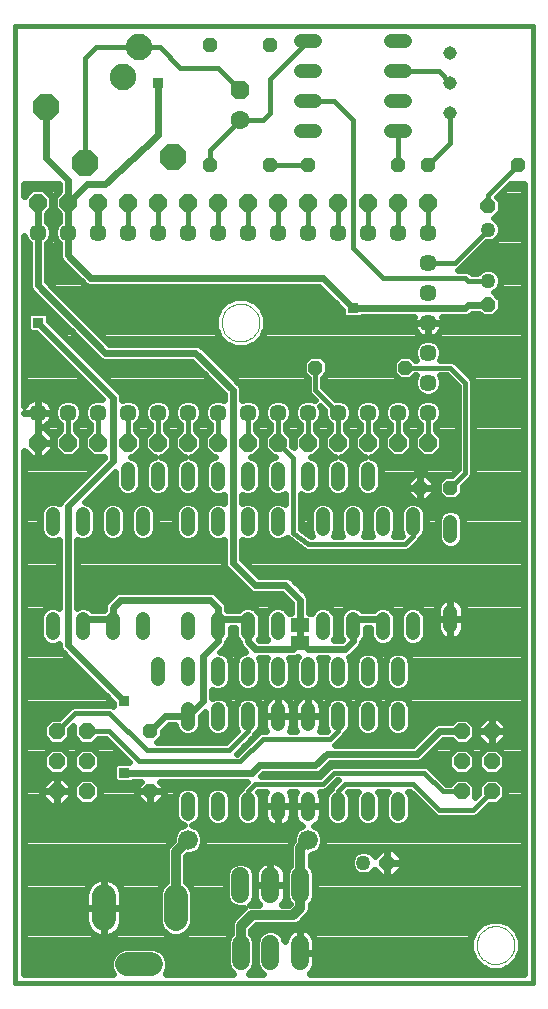
<source format=gtl>
G75*
%MOIN*%
%OFA0B0*%
%FSLAX24Y24*%
%IPPOS*%
%LPD*%
%AMOC8*
5,1,8,0,0,1.08239X$1,22.5*
%
%ADD10C,0.0160*%
%ADD11C,0.0000*%
%ADD12OC8,0.0480*%
%ADD13OC8,0.0885*%
%ADD14C,0.0885*%
%ADD15C,0.0480*%
%ADD16OC8,0.0630*%
%ADD17C,0.0630*%
%ADD18OC8,0.0500*%
%ADD19C,0.0500*%
%ADD20C,0.0570*%
%ADD21C,0.0787*%
%ADD22C,0.0600*%
%ADD23OC8,0.0540*%
%ADD24C,0.0591*%
%ADD25C,0.0660*%
%ADD26OC8,0.0591*%
%ADD27R,0.0630X0.0460*%
%ADD28C,0.0450*%
%ADD29C,0.0240*%
%ADD30R,0.0356X0.0356*%
%ADD31C,0.0320*%
D10*
X003260Y000595D02*
X003260Y032466D01*
X020505Y032466D01*
X020505Y000595D01*
X003260Y000595D01*
X007385Y007970D02*
X006385Y008970D01*
X005635Y008970D01*
X005260Y009595D02*
X004635Y008970D01*
X005260Y009595D02*
X006385Y009595D01*
X007635Y008345D01*
X010385Y008345D01*
X011010Y008970D01*
X011010Y009470D01*
X011510Y008720D02*
X010760Y007970D01*
X007385Y007970D01*
X011010Y006970D02*
X011010Y006470D01*
X011010Y006970D02*
X011260Y007220D01*
X013510Y007220D01*
X013885Y007595D01*
X016885Y007595D01*
X017510Y006970D01*
X018135Y006970D01*
X018510Y006345D02*
X019135Y006970D01*
X018510Y006345D02*
X017385Y006345D01*
X016510Y007220D01*
X014260Y007220D01*
X014010Y006970D01*
X014010Y006470D01*
X013760Y008720D02*
X011510Y008720D01*
X013760Y008720D02*
X014010Y008970D01*
X014010Y009470D01*
X012810Y011920D02*
X012760Y011920D01*
X012710Y011920D01*
X013010Y015220D02*
X016260Y015220D01*
X016510Y015470D01*
X016510Y015720D01*
X017760Y017095D02*
X018260Y017595D01*
X018260Y020595D01*
X017760Y021095D01*
X016260Y021095D01*
X016010Y019595D02*
X016010Y018595D01*
X017010Y018595D02*
X017010Y019595D01*
X015010Y019595D02*
X015010Y018595D01*
X014010Y018595D02*
X014010Y019595D01*
X013260Y020345D01*
X013260Y021095D01*
X013010Y019595D02*
X013010Y018595D01*
X012510Y018095D02*
X012510Y015595D01*
X013010Y015220D01*
X012510Y018095D02*
X012010Y018595D01*
X012010Y019595D01*
X011010Y019595D02*
X011010Y018595D01*
X010010Y018595D02*
X010010Y019595D01*
X009010Y019595D02*
X009010Y018595D01*
X008010Y018595D02*
X008010Y019595D01*
X007010Y019595D02*
X007010Y018595D01*
X006010Y018595D02*
X006010Y019595D01*
X005010Y019595D02*
X005010Y018595D01*
X007010Y025595D02*
X007010Y026595D01*
X008010Y026595D02*
X008010Y025595D01*
X009010Y025595D02*
X009010Y026595D01*
X009760Y027845D02*
X009760Y028345D01*
X010760Y029345D01*
X011510Y029345D01*
X011760Y029595D01*
X011760Y030720D01*
X013010Y031970D01*
X013010Y029970D02*
X013885Y029970D01*
X014510Y029345D01*
X014510Y025095D01*
X015510Y024095D01*
X018260Y024095D01*
X018360Y023995D01*
X019010Y023995D01*
X017910Y024595D02*
X019010Y025695D01*
X019010Y026495D02*
X019010Y026845D01*
X020010Y027845D01*
X017910Y024595D02*
X017010Y024595D01*
X017010Y025595D02*
X017010Y026595D01*
X017010Y027845D02*
X017760Y028595D01*
X017760Y029595D01*
X017760Y030595D02*
X017385Y030970D01*
X016010Y030970D01*
X016010Y028970D02*
X016010Y027845D01*
X016010Y026595D02*
X016010Y025595D01*
X015010Y025595D02*
X015010Y026595D01*
X014010Y026595D02*
X014010Y025595D01*
X013010Y025595D02*
X013010Y026595D01*
X013010Y027845D02*
X011760Y027845D01*
X012010Y026595D02*
X012010Y025595D01*
X011010Y025595D02*
X011010Y026595D01*
X010010Y026595D02*
X010010Y025595D01*
X010760Y030345D02*
X010010Y031095D01*
X008760Y031095D01*
X008080Y031775D01*
X007380Y031775D01*
X005940Y031775D01*
X005570Y031405D01*
X005570Y027915D01*
D11*
X010130Y022595D02*
X010132Y022645D01*
X010138Y022695D01*
X010148Y022744D01*
X010162Y022792D01*
X010179Y022839D01*
X010200Y022884D01*
X010225Y022928D01*
X010253Y022969D01*
X010285Y023008D01*
X010319Y023045D01*
X010356Y023079D01*
X010396Y023109D01*
X010438Y023136D01*
X010482Y023160D01*
X010528Y023181D01*
X010575Y023197D01*
X010623Y023210D01*
X010673Y023219D01*
X010722Y023224D01*
X010773Y023225D01*
X010823Y023222D01*
X010872Y023215D01*
X010921Y023204D01*
X010969Y023189D01*
X011015Y023171D01*
X011060Y023149D01*
X011103Y023123D01*
X011144Y023094D01*
X011183Y023062D01*
X011219Y023027D01*
X011251Y022989D01*
X011281Y022949D01*
X011308Y022906D01*
X011331Y022862D01*
X011350Y022816D01*
X011366Y022768D01*
X011378Y022719D01*
X011386Y022670D01*
X011390Y022620D01*
X011390Y022570D01*
X011386Y022520D01*
X011378Y022471D01*
X011366Y022422D01*
X011350Y022374D01*
X011331Y022328D01*
X011308Y022284D01*
X011281Y022241D01*
X011251Y022201D01*
X011219Y022163D01*
X011183Y022128D01*
X011144Y022096D01*
X011103Y022067D01*
X011060Y022041D01*
X011015Y022019D01*
X010969Y022001D01*
X010921Y021986D01*
X010872Y021975D01*
X010823Y021968D01*
X010773Y021965D01*
X010722Y021966D01*
X010673Y021971D01*
X010623Y021980D01*
X010575Y021993D01*
X010528Y022009D01*
X010482Y022030D01*
X010438Y022054D01*
X010396Y022081D01*
X010356Y022111D01*
X010319Y022145D01*
X010285Y022182D01*
X010253Y022221D01*
X010225Y022262D01*
X010200Y022306D01*
X010179Y022351D01*
X010162Y022398D01*
X010148Y022446D01*
X010138Y022495D01*
X010132Y022545D01*
X010130Y022595D01*
X018630Y001845D02*
X018632Y001895D01*
X018638Y001945D01*
X018648Y001994D01*
X018662Y002042D01*
X018679Y002089D01*
X018700Y002134D01*
X018725Y002178D01*
X018753Y002219D01*
X018785Y002258D01*
X018819Y002295D01*
X018856Y002329D01*
X018896Y002359D01*
X018938Y002386D01*
X018982Y002410D01*
X019028Y002431D01*
X019075Y002447D01*
X019123Y002460D01*
X019173Y002469D01*
X019222Y002474D01*
X019273Y002475D01*
X019323Y002472D01*
X019372Y002465D01*
X019421Y002454D01*
X019469Y002439D01*
X019515Y002421D01*
X019560Y002399D01*
X019603Y002373D01*
X019644Y002344D01*
X019683Y002312D01*
X019719Y002277D01*
X019751Y002239D01*
X019781Y002199D01*
X019808Y002156D01*
X019831Y002112D01*
X019850Y002066D01*
X019866Y002018D01*
X019878Y001969D01*
X019886Y001920D01*
X019890Y001870D01*
X019890Y001820D01*
X019886Y001770D01*
X019878Y001721D01*
X019866Y001672D01*
X019850Y001624D01*
X019831Y001578D01*
X019808Y001534D01*
X019781Y001491D01*
X019751Y001451D01*
X019719Y001413D01*
X019683Y001378D01*
X019644Y001346D01*
X019603Y001317D01*
X019560Y001291D01*
X019515Y001269D01*
X019469Y001251D01*
X019421Y001236D01*
X019372Y001225D01*
X019323Y001218D01*
X019273Y001215D01*
X019222Y001216D01*
X019173Y001221D01*
X019123Y001230D01*
X019075Y001243D01*
X019028Y001259D01*
X018982Y001280D01*
X018938Y001304D01*
X018896Y001331D01*
X018856Y001361D01*
X018819Y001395D01*
X018785Y001432D01*
X018753Y001471D01*
X018725Y001512D01*
X018700Y001556D01*
X018679Y001601D01*
X018662Y001648D01*
X018648Y001696D01*
X018638Y001745D01*
X018632Y001795D01*
X018630Y001845D01*
D12*
X017760Y017095D03*
X016760Y017095D03*
X016260Y021095D03*
X013260Y021095D03*
X013010Y027845D03*
X011760Y027845D03*
X009760Y027845D03*
X009760Y031845D03*
X011760Y031845D03*
X016010Y027845D03*
X017010Y027845D03*
X020010Y027845D03*
X007760Y008970D03*
X007760Y006970D03*
D13*
X005570Y027915D03*
X004290Y029765D03*
X008520Y028125D03*
D14*
X006830Y030785D03*
X007380Y031775D03*
D15*
X012770Y031970D02*
X013250Y031970D01*
X013250Y030970D02*
X012770Y030970D01*
X012770Y029970D02*
X013250Y029970D01*
X013250Y028970D02*
X012770Y028970D01*
X015770Y028970D02*
X016250Y028970D01*
X016250Y029970D02*
X015770Y029970D01*
X015770Y030970D02*
X016250Y030970D01*
X016250Y031970D02*
X015770Y031970D01*
X015010Y017710D02*
X015010Y017230D01*
X015510Y016200D02*
X015510Y015720D01*
X016510Y015720D02*
X016510Y016200D01*
X017760Y015960D02*
X017760Y015480D01*
X017760Y012960D02*
X017760Y012480D01*
X016510Y012720D02*
X016510Y012240D01*
X016010Y011210D02*
X016010Y010730D01*
X016010Y009710D02*
X016010Y009230D01*
X015010Y009230D02*
X015010Y009710D01*
X015010Y010730D02*
X015010Y011210D01*
X015510Y012240D02*
X015510Y012720D01*
X014510Y012720D02*
X014510Y012240D01*
X014010Y011210D02*
X014010Y010730D01*
X014010Y009710D02*
X014010Y009230D01*
X013010Y009230D02*
X013010Y009710D01*
X013010Y010730D02*
X013010Y011210D01*
X013510Y012240D02*
X013510Y012720D01*
X012010Y012720D02*
X012010Y012240D01*
X012010Y011210D02*
X012010Y010730D01*
X012010Y009710D02*
X012010Y009230D01*
X011010Y009230D02*
X011010Y009710D01*
X011010Y010730D02*
X011010Y011210D01*
X011010Y012240D02*
X011010Y012720D01*
X010010Y012720D02*
X010010Y012240D01*
X010010Y011210D02*
X010010Y010730D01*
X010010Y009710D02*
X010010Y009230D01*
X009010Y009230D02*
X009010Y009710D01*
X009010Y010730D02*
X009010Y011210D01*
X009010Y012240D02*
X009010Y012720D01*
X008010Y011210D02*
X008010Y010730D01*
X007510Y012240D02*
X007510Y012720D01*
X006510Y012720D02*
X006510Y012240D01*
X005510Y012240D02*
X005510Y012720D01*
X004510Y012720D02*
X004510Y012240D01*
X004510Y015720D02*
X004510Y016200D01*
X005510Y016200D02*
X005510Y015720D01*
X006510Y015720D02*
X006510Y016200D01*
X007010Y017230D02*
X007010Y017710D01*
X008010Y017710D02*
X008010Y017230D01*
X007510Y016200D02*
X007510Y015720D01*
X009010Y015720D02*
X009010Y016200D01*
X009010Y017230D02*
X009010Y017710D01*
X010010Y017710D02*
X010010Y017230D01*
X010010Y016200D02*
X010010Y015720D01*
X011010Y015720D02*
X011010Y016200D01*
X011010Y017230D02*
X011010Y017710D01*
X012010Y017710D02*
X012010Y017230D01*
X012010Y016200D02*
X012010Y015720D01*
X013010Y017230D02*
X013010Y017710D01*
X014010Y017710D02*
X014010Y017230D01*
X014510Y016200D02*
X014510Y015720D01*
X013510Y015720D02*
X013510Y016200D01*
X014010Y006710D02*
X014010Y006230D01*
X015010Y006230D02*
X015010Y006710D01*
X016010Y006710D02*
X016010Y006230D01*
X013010Y006230D02*
X013010Y006710D01*
X012010Y006710D02*
X012010Y006230D01*
X011010Y006230D02*
X011010Y006710D01*
X010010Y006710D02*
X010010Y006230D01*
X009010Y006230D02*
X009010Y006710D01*
D16*
X010760Y030345D03*
D17*
X010760Y029345D03*
D18*
X019010Y026495D03*
X019010Y023195D03*
X015660Y004595D03*
D19*
X014860Y004595D03*
X019010Y023995D03*
X019010Y025695D03*
D20*
X017010Y025595D03*
X017010Y024595D03*
X017010Y023595D03*
X017010Y022595D03*
X017010Y021595D03*
X017010Y020595D03*
X017010Y019595D03*
X016010Y019595D03*
X015010Y019595D03*
X014010Y019595D03*
X013010Y019595D03*
X012010Y019595D03*
X011010Y019595D03*
X010010Y019595D03*
X009010Y019595D03*
X008010Y019595D03*
X007010Y019595D03*
X006010Y019595D03*
X005010Y019595D03*
X004010Y019595D03*
X004010Y025595D03*
X005010Y025595D03*
X006010Y025595D03*
X007010Y025595D03*
X008010Y025595D03*
X009010Y025595D03*
X010010Y025595D03*
X011010Y025595D03*
X012010Y025595D03*
X013010Y025595D03*
X014010Y025595D03*
X015010Y025595D03*
X016010Y025595D03*
D21*
X008605Y003489D02*
X008605Y002701D01*
X007778Y001205D02*
X006991Y001205D01*
X006203Y002701D02*
X006203Y003489D01*
D22*
X010760Y003545D02*
X010760Y004145D01*
X011760Y004145D02*
X011760Y003545D01*
X012760Y003545D02*
X012760Y004145D01*
D23*
X018135Y006970D03*
X018135Y007970D03*
X018135Y008970D03*
X019135Y008970D03*
X019135Y007970D03*
X019135Y006970D03*
X005635Y006970D03*
X005635Y007970D03*
X005635Y008970D03*
X004635Y008970D03*
X004635Y007970D03*
X004635Y006970D03*
D24*
X010775Y001890D02*
X010775Y001300D01*
X011760Y001300D02*
X011760Y001890D01*
X012744Y001890D02*
X012744Y001300D01*
D25*
X013010Y005345D03*
X009010Y005345D03*
D26*
X009010Y018595D03*
X010010Y018595D03*
X011010Y018595D03*
X012010Y018595D03*
X013010Y018595D03*
X014010Y018595D03*
X015010Y018595D03*
X016010Y018595D03*
X017010Y018595D03*
X017010Y026595D03*
X016010Y026595D03*
X015010Y026595D03*
X014010Y026595D03*
X013010Y026595D03*
X012010Y026595D03*
X011010Y026595D03*
X010010Y026595D03*
X009010Y026595D03*
X008010Y026595D03*
X007010Y026595D03*
X006010Y026595D03*
X005010Y026595D03*
X004010Y026595D03*
X004010Y018595D03*
X005010Y018595D03*
X006010Y018595D03*
X007010Y018595D03*
X008010Y018595D03*
D27*
X012760Y012520D03*
X012760Y011920D03*
D28*
X017760Y029595D03*
X017760Y030595D03*
X017760Y031595D03*
D29*
X019752Y027220D02*
X020205Y027220D01*
X020205Y000895D01*
X013063Y000895D01*
X013079Y000907D01*
X013137Y000964D01*
X013184Y001030D01*
X013221Y001102D01*
X013246Y001179D01*
X013259Y001259D01*
X013259Y001595D01*
X013259Y001931D01*
X013246Y002011D01*
X013221Y002088D01*
X013184Y002160D01*
X013137Y002226D01*
X013079Y002283D01*
X013014Y002331D01*
X012942Y002368D01*
X012864Y002393D01*
X012784Y002406D01*
X012744Y002406D01*
X012744Y001595D01*
X013259Y001595D01*
X012744Y001595D01*
X012744Y001595D01*
X012744Y001595D01*
X012744Y002406D01*
X012703Y002406D01*
X012623Y002393D01*
X012546Y002368D01*
X012474Y002331D01*
X012408Y002283D01*
X012351Y002226D01*
X012303Y002160D01*
X012266Y002088D01*
X012241Y002011D01*
X012235Y001971D01*
X012235Y001985D01*
X012162Y002159D01*
X012029Y002293D01*
X011854Y002366D01*
X011665Y002366D01*
X011490Y002293D01*
X011357Y002159D01*
X011284Y001985D01*
X011284Y001205D01*
X011357Y001031D01*
X011490Y000897D01*
X011495Y000895D01*
X011040Y000895D01*
X011044Y000897D01*
X011178Y001031D01*
X011251Y001205D01*
X011251Y001985D01*
X011178Y002159D01*
X011115Y002222D01*
X011115Y002345D01*
X011275Y002505D01*
X012577Y002505D01*
X012702Y002557D01*
X012798Y002652D01*
X013048Y002902D01*
X013100Y003027D01*
X013100Y003206D01*
X013166Y003273D01*
X013240Y003450D01*
X013240Y004240D01*
X013166Y004417D01*
X013100Y004484D01*
X013100Y004835D01*
X013111Y004835D01*
X013298Y004913D01*
X013442Y005056D01*
X013520Y005244D01*
X013520Y005446D01*
X013442Y005634D01*
X013298Y005777D01*
X013208Y005815D01*
X013251Y005837D01*
X013309Y005879D01*
X013360Y005930D01*
X013403Y005989D01*
X013436Y006053D01*
X013458Y006122D01*
X013470Y006194D01*
X013470Y006470D01*
X013470Y006746D01*
X013458Y006818D01*
X013436Y006887D01*
X013403Y006951D01*
X013396Y006960D01*
X013561Y006960D01*
X013657Y007000D01*
X013992Y007335D01*
X014007Y007335D01*
X013789Y007117D01*
X013765Y007060D01*
X013653Y006948D01*
X013590Y006794D01*
X013590Y006146D01*
X013653Y005992D01*
X013772Y005874D01*
X013926Y005810D01*
X014093Y005810D01*
X014247Y005874D01*
X014366Y005992D01*
X014430Y006146D01*
X014430Y006794D01*
X014366Y006948D01*
X014360Y006953D01*
X014367Y006960D01*
X014666Y006960D01*
X014653Y006948D01*
X014590Y006794D01*
X014590Y006146D01*
X014653Y005992D01*
X014772Y005874D01*
X014926Y005810D01*
X015093Y005810D01*
X015247Y005874D01*
X015366Y005992D01*
X015430Y006146D01*
X015430Y006794D01*
X015366Y006948D01*
X015353Y006960D01*
X015666Y006960D01*
X015653Y006948D01*
X015590Y006794D01*
X015590Y006146D01*
X015653Y005992D01*
X015772Y005874D01*
X015926Y005810D01*
X016093Y005810D01*
X016247Y005874D01*
X016366Y005992D01*
X016430Y006146D01*
X016430Y006794D01*
X016366Y006948D01*
X016353Y006960D01*
X016402Y006960D01*
X017164Y006198D01*
X017237Y006125D01*
X017333Y006085D01*
X018561Y006085D01*
X018657Y006125D01*
X019052Y006520D01*
X019321Y006520D01*
X019585Y006784D01*
X019585Y007156D01*
X019321Y007420D01*
X018948Y007420D01*
X018685Y007156D01*
X018685Y006888D01*
X018585Y006788D01*
X018585Y007156D01*
X018321Y007420D01*
X017948Y007420D01*
X017758Y007230D01*
X017617Y007230D01*
X017032Y007815D01*
X016936Y007855D01*
X013833Y007855D01*
X013737Y007815D01*
X013664Y007742D01*
X013402Y007480D01*
X011444Y007480D01*
X011509Y007545D01*
X013319Y007545D01*
X013429Y007591D01*
X013514Y007675D01*
X013759Y007920D01*
X016694Y007920D01*
X016804Y007966D01*
X016889Y008050D01*
X017509Y008670D01*
X017798Y008670D01*
X017948Y008520D01*
X018321Y008520D01*
X018585Y008784D01*
X018585Y009156D01*
X018321Y009420D01*
X017948Y009420D01*
X017798Y009270D01*
X017325Y009270D01*
X017215Y009224D01*
X016510Y008520D01*
X013927Y008520D01*
X013980Y008573D01*
X014230Y008823D01*
X014254Y008880D01*
X014366Y008992D01*
X014430Y009146D01*
X014430Y009794D01*
X014366Y009948D01*
X014247Y010066D01*
X014093Y010130D01*
X013926Y010130D01*
X013772Y010066D01*
X013653Y009948D01*
X013590Y009794D01*
X013590Y009146D01*
X013653Y008992D01*
X013659Y008987D01*
X013652Y008980D01*
X013396Y008980D01*
X013403Y008989D01*
X013436Y009053D01*
X013458Y009122D01*
X013470Y009194D01*
X013470Y009470D01*
X013470Y009746D01*
X013458Y009818D01*
X013436Y009887D01*
X013403Y009951D01*
X013360Y010010D01*
X013309Y010061D01*
X013251Y010103D01*
X013186Y010136D01*
X013117Y010159D01*
X013046Y010170D01*
X013010Y010170D01*
X013010Y009470D01*
X013470Y009470D01*
X013010Y009470D01*
X013010Y009470D01*
X013010Y009470D01*
X013010Y010170D01*
X012973Y010170D01*
X012902Y010159D01*
X012833Y010136D01*
X012768Y010103D01*
X012710Y010061D01*
X012659Y010010D01*
X012616Y009951D01*
X012583Y009887D01*
X012561Y009818D01*
X012550Y009746D01*
X012550Y009470D01*
X012550Y009194D01*
X012561Y009122D01*
X012583Y009053D01*
X012616Y008989D01*
X012623Y008980D01*
X012396Y008980D01*
X012403Y008989D01*
X012436Y009053D01*
X012458Y009122D01*
X012470Y009194D01*
X012470Y009470D01*
X012470Y009746D01*
X012458Y009818D01*
X012436Y009887D01*
X012403Y009951D01*
X012360Y010010D01*
X012309Y010061D01*
X012251Y010103D01*
X012186Y010136D01*
X012117Y010159D01*
X012046Y010170D01*
X012010Y010170D01*
X012010Y009470D01*
X012470Y009470D01*
X012010Y009470D01*
X012010Y009470D01*
X012010Y009470D01*
X012010Y010170D01*
X011973Y010170D01*
X011902Y010159D01*
X011833Y010136D01*
X011768Y010103D01*
X011710Y010061D01*
X011659Y010010D01*
X011616Y009951D01*
X011583Y009887D01*
X011561Y009818D01*
X011550Y009746D01*
X011550Y009470D01*
X011550Y009194D01*
X011561Y009122D01*
X011583Y009053D01*
X011616Y008989D01*
X011623Y008980D01*
X011458Y008980D01*
X011362Y008940D01*
X010652Y008230D01*
X010637Y008230D01*
X011230Y008823D01*
X011254Y008880D01*
X011366Y008992D01*
X011430Y009146D01*
X011430Y009794D01*
X011366Y009948D01*
X011247Y010066D01*
X011093Y010130D01*
X010926Y010130D01*
X010772Y010066D01*
X010653Y009948D01*
X010590Y009794D01*
X010590Y009146D01*
X010653Y008992D01*
X010659Y008987D01*
X010277Y008605D01*
X007988Y008605D01*
X008180Y008796D01*
X008180Y008966D01*
X008384Y009170D01*
X008590Y009170D01*
X008590Y009146D01*
X008653Y008992D01*
X008772Y008874D01*
X008926Y008810D01*
X009093Y008810D01*
X009247Y008874D01*
X009366Y008992D01*
X009430Y009146D01*
X009430Y009466D01*
X009590Y009626D01*
X009590Y009146D01*
X009653Y008992D01*
X009772Y008874D01*
X009926Y008810D01*
X010093Y008810D01*
X010247Y008874D01*
X010366Y008992D01*
X010430Y009146D01*
X010430Y009794D01*
X010366Y009948D01*
X010247Y010066D01*
X010093Y010130D01*
X009926Y010130D01*
X009810Y010082D01*
X009810Y010358D01*
X009926Y010310D01*
X010093Y010310D01*
X010247Y010374D01*
X010366Y010492D01*
X010430Y010646D01*
X010430Y011294D01*
X010366Y011448D01*
X010247Y011566D01*
X010094Y011630D01*
X010264Y011800D01*
X010310Y011910D01*
X010310Y011946D01*
X010366Y012002D01*
X010430Y012156D01*
X010430Y012420D01*
X010590Y012420D01*
X010590Y012156D01*
X010653Y012002D01*
X010710Y011946D01*
X010710Y011910D01*
X010755Y011800D01*
X010925Y011630D01*
X010772Y011566D01*
X010653Y011448D01*
X010590Y011294D01*
X010590Y010646D01*
X010653Y010492D01*
X010772Y010374D01*
X010926Y010310D01*
X011093Y010310D01*
X011247Y010374D01*
X011366Y010492D01*
X011430Y010646D01*
X011430Y011294D01*
X011377Y011420D01*
X011642Y011420D01*
X011590Y011294D01*
X011590Y010646D01*
X011653Y010492D01*
X011772Y010374D01*
X011926Y010310D01*
X012093Y010310D01*
X012247Y010374D01*
X012366Y010492D01*
X012430Y010646D01*
X012430Y011294D01*
X012377Y011420D01*
X012569Y011420D01*
X012665Y011460D01*
X012653Y011448D01*
X012590Y011294D01*
X012590Y010646D01*
X012653Y010492D01*
X012772Y010374D01*
X012926Y010310D01*
X013093Y010310D01*
X013247Y010374D01*
X013366Y010492D01*
X013430Y010646D01*
X013430Y011294D01*
X013377Y011420D01*
X013642Y011420D01*
X013590Y011294D01*
X013590Y010646D01*
X013653Y010492D01*
X013772Y010374D01*
X013926Y010310D01*
X014093Y010310D01*
X014247Y010374D01*
X014366Y010492D01*
X014430Y010646D01*
X014430Y011294D01*
X014369Y011440D01*
X014429Y011466D01*
X014514Y011550D01*
X014764Y011800D01*
X014810Y011910D01*
X014810Y011946D01*
X014866Y012002D01*
X014930Y012156D01*
X014930Y012420D01*
X015090Y012420D01*
X015090Y012156D01*
X015153Y012002D01*
X015272Y011884D01*
X015426Y011820D01*
X015593Y011820D01*
X015747Y011884D01*
X015866Y012002D01*
X015930Y012156D01*
X015930Y012804D01*
X015866Y012958D01*
X015747Y013076D01*
X015593Y013140D01*
X015426Y013140D01*
X015272Y013076D01*
X015216Y013020D01*
X014803Y013020D01*
X014747Y013076D01*
X014593Y013140D01*
X014426Y013140D01*
X014272Y013076D01*
X014153Y012958D01*
X014090Y012804D01*
X014090Y012156D01*
X014143Y012028D01*
X014135Y012020D01*
X013873Y012020D01*
X013930Y012156D01*
X013930Y012804D01*
X013866Y012958D01*
X013747Y013076D01*
X013593Y013140D01*
X013426Y013140D01*
X013272Y013076D01*
X013153Y012958D01*
X013142Y012930D01*
X013060Y012930D01*
X013060Y013405D01*
X013014Y013515D01*
X012929Y013599D01*
X012429Y014099D01*
X012319Y014145D01*
X011384Y014145D01*
X010810Y014719D01*
X010810Y015348D01*
X010926Y015300D01*
X011093Y015300D01*
X011247Y015364D01*
X011366Y015482D01*
X011430Y015636D01*
X011430Y016284D01*
X011366Y016438D01*
X011247Y016556D01*
X011093Y016620D01*
X010926Y016620D01*
X010810Y016572D01*
X010810Y016858D01*
X010926Y016810D01*
X011093Y016810D01*
X011247Y016874D01*
X011366Y016992D01*
X011430Y017146D01*
X011430Y017794D01*
X011366Y017948D01*
X011247Y018066D01*
X011118Y018120D01*
X011206Y018120D01*
X011485Y018398D01*
X011485Y018792D01*
X011270Y019007D01*
X011270Y019199D01*
X011273Y019201D01*
X011404Y019332D01*
X011475Y019503D01*
X011475Y019687D01*
X011404Y019858D01*
X011273Y019989D01*
X011102Y020060D01*
X010917Y020060D01*
X010810Y020015D01*
X010810Y020405D01*
X010764Y020515D01*
X009429Y021849D01*
X009319Y021895D01*
X006384Y021895D01*
X004310Y023969D01*
X004310Y025237D01*
X004404Y025332D01*
X004475Y025503D01*
X004475Y025687D01*
X004404Y025858D01*
X004310Y025953D01*
X004310Y026223D01*
X004485Y026398D01*
X004485Y026792D01*
X004206Y027070D01*
X003813Y027070D01*
X003560Y026817D01*
X003560Y027220D01*
X004710Y027220D01*
X004710Y026967D01*
X004534Y026792D01*
X004534Y026398D01*
X004710Y026223D01*
X004710Y025953D01*
X004615Y025858D01*
X004545Y025687D01*
X004545Y025503D01*
X004615Y025332D01*
X004710Y025237D01*
X004710Y024785D01*
X004755Y024675D01*
X005505Y023925D01*
X005590Y023841D01*
X005700Y023795D01*
X013385Y023795D01*
X014151Y023029D01*
X014151Y022842D01*
X014257Y022737D01*
X014762Y022737D01*
X014820Y022795D01*
X016545Y022795D01*
X016542Y022789D01*
X016517Y022713D01*
X016505Y022635D01*
X016505Y022595D01*
X016505Y022555D01*
X016517Y022477D01*
X016542Y022401D01*
X016578Y022330D01*
X016624Y022266D01*
X016681Y022210D01*
X016745Y022163D01*
X016816Y022127D01*
X016891Y022102D01*
X016970Y022090D01*
X017010Y022090D01*
X017049Y022090D01*
X017128Y022102D01*
X017203Y022127D01*
X017274Y022163D01*
X017338Y022210D01*
X017395Y022266D01*
X017441Y022330D01*
X017478Y022401D01*
X017502Y022477D01*
X017515Y022555D01*
X017515Y022595D01*
X017515Y022635D01*
X017502Y022713D01*
X017478Y022789D01*
X017474Y022795D01*
X018319Y022795D01*
X018429Y022841D01*
X018484Y022895D01*
X018701Y022895D01*
X018831Y022765D01*
X019188Y022765D01*
X019440Y023017D01*
X019440Y023373D01*
X019203Y023610D01*
X019253Y023630D01*
X019374Y023751D01*
X019440Y023909D01*
X019440Y024081D01*
X019374Y024239D01*
X019253Y024360D01*
X019095Y024425D01*
X018924Y024425D01*
X018766Y024360D01*
X018661Y024255D01*
X018467Y024255D01*
X018407Y024315D01*
X018311Y024355D01*
X018010Y024355D01*
X018057Y024375D01*
X018947Y025265D01*
X019095Y025265D01*
X019253Y025330D01*
X019374Y025451D01*
X019440Y025609D01*
X019440Y025781D01*
X019374Y025939D01*
X019253Y026060D01*
X019203Y026080D01*
X019440Y026317D01*
X019440Y026673D01*
X019322Y026790D01*
X019752Y027220D01*
X019601Y027069D02*
X020205Y027069D01*
X020205Y026830D02*
X019362Y026830D01*
X019440Y026592D02*
X020205Y026592D01*
X020205Y026353D02*
X019440Y026353D01*
X019237Y026115D02*
X020205Y026115D01*
X020205Y025876D02*
X019400Y025876D01*
X019440Y025638D02*
X020205Y025638D01*
X020205Y025399D02*
X019322Y025399D01*
X018843Y025161D02*
X020205Y025161D01*
X020205Y024922D02*
X018604Y024922D01*
X018366Y024684D02*
X020205Y024684D01*
X020205Y024445D02*
X018127Y024445D01*
X018360Y023195D02*
X018260Y023095D01*
X014510Y023095D01*
X013510Y024095D01*
X005760Y024095D01*
X005010Y024845D01*
X005010Y025595D01*
X005010Y026595D01*
X005635Y027220D01*
X006260Y027220D01*
X008010Y028845D01*
X008010Y030595D01*
X006010Y026595D02*
X006010Y025595D01*
X005010Y026595D02*
X005010Y027345D01*
X004290Y028065D01*
X004290Y029765D01*
X004208Y027069D02*
X004710Y027069D01*
X004572Y026830D02*
X004447Y026830D01*
X004485Y026592D02*
X004534Y026592D01*
X004579Y026353D02*
X004440Y026353D01*
X004310Y026115D02*
X004710Y026115D01*
X004633Y025876D02*
X004386Y025876D01*
X004475Y025638D02*
X004545Y025638D01*
X004587Y025399D02*
X004432Y025399D01*
X004310Y025161D02*
X004710Y025161D01*
X004710Y024922D02*
X004310Y024922D01*
X004310Y024684D02*
X004752Y024684D01*
X004985Y024445D02*
X004310Y024445D01*
X004310Y024207D02*
X005224Y024207D01*
X005462Y023968D02*
X004311Y023968D01*
X004010Y023845D02*
X006260Y021595D01*
X009260Y021595D01*
X010510Y020345D01*
X010510Y014595D01*
X011260Y013845D01*
X012260Y013845D01*
X012760Y013345D01*
X012760Y012520D01*
X012760Y011845D01*
X012810Y011920D02*
X013010Y011720D01*
X014260Y011720D01*
X014510Y011970D01*
X014510Y012720D01*
X015510Y012720D01*
X015826Y012997D02*
X016193Y012997D01*
X016153Y012958D02*
X016090Y012804D01*
X016090Y012156D01*
X016153Y012002D01*
X016272Y011884D01*
X016426Y011820D01*
X016593Y011820D01*
X016747Y011884D01*
X016866Y012002D01*
X016930Y012156D01*
X016930Y012804D01*
X016866Y012958D01*
X016747Y013076D01*
X016593Y013140D01*
X016426Y013140D01*
X016272Y013076D01*
X016153Y012958D01*
X016090Y012759D02*
X015930Y012759D01*
X015930Y012520D02*
X016090Y012520D01*
X016090Y012282D02*
X015930Y012282D01*
X015883Y012043D02*
X016137Y012043D01*
X016093Y011630D02*
X015926Y011630D01*
X015772Y011566D01*
X015653Y011448D01*
X015590Y011294D01*
X015590Y010646D01*
X015653Y010492D01*
X015772Y010374D01*
X015926Y010310D01*
X016093Y010310D01*
X016247Y010374D01*
X016366Y010492D01*
X016430Y010646D01*
X016430Y011294D01*
X016366Y011448D01*
X016247Y011566D01*
X016093Y011630D01*
X016247Y011566D02*
X020205Y011566D01*
X020205Y011328D02*
X016415Y011328D01*
X016430Y011089D02*
X020205Y011089D01*
X020205Y010851D02*
X016430Y010851D01*
X016415Y010612D02*
X020205Y010612D01*
X020205Y010374D02*
X016246Y010374D01*
X016093Y010130D02*
X015926Y010130D01*
X015772Y010066D01*
X015653Y009948D01*
X015590Y009794D01*
X015590Y009146D01*
X015653Y008992D01*
X015772Y008874D01*
X015926Y008810D01*
X016093Y008810D01*
X016247Y008874D01*
X016366Y008992D01*
X016430Y009146D01*
X016430Y009794D01*
X016366Y009948D01*
X016247Y010066D01*
X016093Y010130D01*
X016387Y009897D02*
X020205Y009897D01*
X020205Y010135D02*
X013189Y010135D01*
X013010Y010135D02*
X013010Y010135D01*
X012830Y010135D02*
X012189Y010135D01*
X012010Y010135D02*
X012010Y010135D01*
X011830Y010135D02*
X009810Y010135D01*
X009510Y009970D02*
X009010Y009470D01*
X008260Y009470D01*
X007760Y008970D01*
X008180Y008943D02*
X008703Y008943D01*
X009316Y008943D02*
X009703Y008943D01*
X009590Y009181D02*
X009430Y009181D01*
X009430Y009420D02*
X009590Y009420D01*
X009510Y009970D02*
X009510Y011470D01*
X010010Y011970D01*
X010010Y012720D01*
X010010Y013095D01*
X009760Y013345D01*
X006760Y013345D01*
X006510Y013095D01*
X006510Y012720D01*
X005510Y012720D01*
X005803Y013020D02*
X005747Y013076D01*
X005593Y013140D01*
X005426Y013140D01*
X005310Y013092D01*
X005310Y015348D01*
X005426Y015300D01*
X005593Y015300D01*
X005747Y015364D01*
X005866Y015482D01*
X005930Y015636D01*
X005930Y016284D01*
X005866Y016438D01*
X005747Y016556D01*
X005593Y016620D01*
X005584Y016620D01*
X006590Y017626D01*
X006590Y017146D01*
X006653Y016992D01*
X006772Y016874D01*
X006926Y016810D01*
X007093Y016810D01*
X007247Y016874D01*
X007366Y016992D01*
X007430Y017146D01*
X007430Y017794D01*
X007366Y017948D01*
X007247Y018066D01*
X007118Y018120D01*
X007206Y018120D01*
X007485Y018398D01*
X007485Y018792D01*
X007270Y019007D01*
X007270Y019199D01*
X007273Y019201D01*
X007404Y019332D01*
X007475Y019503D01*
X007475Y019687D01*
X007404Y019858D01*
X007273Y019989D01*
X007102Y020060D01*
X006917Y020060D01*
X006810Y020015D01*
X006810Y020155D01*
X006764Y020265D01*
X006679Y020349D01*
X004368Y022661D01*
X004368Y022848D01*
X004262Y022953D01*
X003757Y022953D01*
X003651Y022848D01*
X003651Y022342D01*
X003757Y022237D01*
X003943Y022237D01*
X006133Y020047D01*
X006102Y020060D01*
X005917Y020060D01*
X005746Y019989D01*
X005615Y019858D01*
X005545Y019687D01*
X005545Y019503D01*
X005615Y019332D01*
X005746Y019201D01*
X005750Y019199D01*
X005750Y019007D01*
X005534Y018792D01*
X005534Y018398D01*
X005813Y018120D01*
X006206Y018120D01*
X006210Y018123D01*
X006210Y018094D01*
X004840Y016724D01*
X004755Y016640D01*
X004724Y016566D01*
X004593Y016620D01*
X004426Y016620D01*
X004272Y016556D01*
X004153Y016438D01*
X004090Y016284D01*
X004090Y015636D01*
X004153Y015482D01*
X004272Y015364D01*
X004426Y015300D01*
X004593Y015300D01*
X004710Y015348D01*
X004710Y013092D01*
X004593Y013140D01*
X004426Y013140D01*
X004272Y013076D01*
X004153Y012958D01*
X004090Y012804D01*
X004090Y012156D01*
X004153Y012002D01*
X004272Y011884D01*
X004426Y011820D01*
X004593Y011820D01*
X004710Y011868D01*
X004710Y011785D01*
X004755Y011675D01*
X006526Y009904D01*
X006526Y009818D01*
X006436Y009855D01*
X005208Y009855D01*
X005112Y009815D01*
X004717Y009420D01*
X004448Y009420D01*
X004185Y009156D01*
X004185Y008784D01*
X004448Y008520D01*
X004821Y008520D01*
X005085Y008784D01*
X005085Y009052D01*
X005185Y009152D01*
X005185Y008784D01*
X005448Y008520D01*
X005821Y008520D01*
X006011Y008710D01*
X006277Y008710D01*
X007034Y007953D01*
X006632Y007953D01*
X006526Y007848D01*
X006526Y007342D01*
X006632Y007237D01*
X007137Y007237D01*
X007195Y007295D01*
X007434Y007295D01*
X007300Y007161D01*
X007300Y006970D01*
X007300Y006779D01*
X007569Y006510D01*
X007760Y006510D01*
X007950Y006510D01*
X008220Y006779D01*
X008220Y006970D01*
X008220Y007161D01*
X008085Y007295D01*
X010967Y007295D01*
X010789Y007117D01*
X010765Y007060D01*
X010653Y006948D01*
X010590Y006794D01*
X010590Y006146D01*
X010653Y005992D01*
X010772Y005874D01*
X010926Y005810D01*
X011093Y005810D01*
X011247Y005874D01*
X011366Y005992D01*
X011430Y006146D01*
X011430Y006794D01*
X011366Y006948D01*
X011360Y006953D01*
X011367Y006960D01*
X011623Y006960D01*
X011616Y006951D01*
X011583Y006887D01*
X011561Y006818D01*
X011550Y006746D01*
X011550Y006470D01*
X011550Y006194D01*
X011561Y006122D01*
X011583Y006053D01*
X011616Y005989D01*
X011659Y005930D01*
X011710Y005879D01*
X011768Y005837D01*
X011833Y005804D01*
X011902Y005781D01*
X011973Y005770D01*
X012010Y005770D01*
X012046Y005770D01*
X012117Y005781D01*
X012186Y005804D01*
X012251Y005837D01*
X012309Y005879D01*
X012360Y005930D01*
X012403Y005989D01*
X012436Y006053D01*
X012458Y006122D01*
X012470Y006194D01*
X012470Y006470D01*
X012470Y006746D01*
X012458Y006818D01*
X012436Y006887D01*
X012403Y006951D01*
X012396Y006960D01*
X012623Y006960D01*
X012616Y006951D01*
X012583Y006887D01*
X012561Y006818D01*
X012550Y006746D01*
X012550Y006470D01*
X012550Y006194D01*
X012561Y006122D01*
X012583Y006053D01*
X012616Y005989D01*
X012659Y005930D01*
X012710Y005879D01*
X012768Y005837D01*
X012811Y005815D01*
X012721Y005777D01*
X012577Y005634D01*
X012500Y005446D01*
X012500Y005316D01*
X012471Y005288D01*
X012420Y005163D01*
X012420Y004484D01*
X012353Y004417D01*
X012280Y004240D01*
X012280Y003450D01*
X012353Y003273D01*
X012405Y003221D01*
X012369Y003185D01*
X012135Y003185D01*
X012156Y003206D01*
X012204Y003272D01*
X012241Y003345D01*
X012267Y003423D01*
X012280Y003504D01*
X012280Y003845D01*
X012280Y004186D01*
X012267Y004267D01*
X012241Y004345D01*
X012204Y004418D01*
X012156Y004484D01*
X012098Y004542D01*
X012032Y004590D01*
X011959Y004627D01*
X011881Y004652D01*
X011800Y004665D01*
X011760Y004665D01*
X011760Y003845D01*
X012280Y003845D01*
X011760Y003845D01*
X011760Y003845D01*
X011760Y003845D01*
X011760Y004665D01*
X011719Y004665D01*
X011638Y004652D01*
X011560Y004627D01*
X011487Y004590D01*
X011421Y004542D01*
X011363Y004484D01*
X011315Y004418D01*
X011278Y004345D01*
X011252Y004267D01*
X011240Y004186D01*
X011240Y003845D01*
X011240Y003504D01*
X011252Y003423D01*
X011278Y003345D01*
X011315Y003272D01*
X011363Y003206D01*
X011384Y003185D01*
X011078Y003185D01*
X011166Y003273D01*
X011240Y003450D01*
X011240Y004240D01*
X011166Y004417D01*
X011031Y004552D01*
X010855Y004625D01*
X010664Y004625D01*
X010488Y004552D01*
X010353Y004417D01*
X010280Y004240D01*
X010280Y003450D01*
X010353Y003273D01*
X010488Y003138D01*
X010664Y003065D01*
X010855Y003065D01*
X010887Y003078D01*
X010583Y002774D01*
X010487Y002678D01*
X010435Y002553D01*
X010435Y002222D01*
X010372Y002159D01*
X010300Y001985D01*
X010300Y001205D01*
X010372Y001031D01*
X010506Y000897D01*
X010510Y000895D01*
X008271Y000895D01*
X008352Y001091D01*
X008352Y001319D01*
X008265Y001530D01*
X008103Y001692D01*
X007892Y001779D01*
X006877Y001779D01*
X006666Y001692D01*
X006504Y001530D01*
X006417Y001319D01*
X006417Y001091D01*
X006498Y000895D01*
X003560Y000895D01*
X003560Y018316D01*
X003796Y018080D01*
X004010Y018080D01*
X004223Y018080D01*
X004525Y018382D01*
X004525Y018595D01*
X004525Y018808D01*
X004223Y019110D01*
X004152Y019110D01*
X004203Y019127D01*
X004274Y019163D01*
X004338Y019210D01*
X004395Y019266D01*
X004441Y019330D01*
X004478Y019401D01*
X004502Y019477D01*
X004515Y019555D01*
X004515Y019595D01*
X004515Y019635D01*
X004502Y019713D01*
X004478Y019789D01*
X004441Y019860D01*
X004395Y019924D01*
X004338Y019980D01*
X004274Y020027D01*
X004203Y020063D01*
X004128Y020088D01*
X004049Y020100D01*
X004010Y020100D01*
X004010Y019595D01*
X004515Y019595D01*
X004010Y019595D01*
X004010Y019595D01*
X004010Y019595D01*
X004010Y018595D01*
X004525Y018595D01*
X004010Y018595D01*
X004010Y018595D01*
X004010Y018080D01*
X004010Y018595D01*
X004010Y018595D01*
X004010Y018595D01*
X004010Y019090D01*
X004010Y019595D01*
X004010Y019595D01*
X004010Y020100D01*
X003970Y020100D01*
X003891Y020088D01*
X003816Y020063D01*
X003745Y020027D01*
X003681Y019980D01*
X003624Y019924D01*
X003578Y019860D01*
X003560Y019824D01*
X003560Y025466D01*
X003615Y025332D01*
X003710Y025237D01*
X003710Y023785D01*
X003755Y023675D01*
X006005Y021425D01*
X006090Y021341D01*
X006200Y021295D01*
X009135Y021295D01*
X010210Y020221D01*
X010210Y020015D01*
X010102Y020060D01*
X009917Y020060D01*
X009746Y019989D01*
X009615Y019858D01*
X009545Y019687D01*
X009545Y019503D01*
X009615Y019332D01*
X009746Y019201D01*
X009750Y019199D01*
X009750Y019007D01*
X009534Y018792D01*
X009534Y018398D01*
X009813Y018120D01*
X009901Y018120D01*
X009772Y018066D01*
X009653Y017948D01*
X009590Y017794D01*
X009590Y017146D01*
X009653Y016992D01*
X009772Y016874D01*
X009926Y016810D01*
X010093Y016810D01*
X010210Y016858D01*
X010210Y016572D01*
X010093Y016620D01*
X009926Y016620D01*
X009772Y016556D01*
X009653Y016438D01*
X009590Y016284D01*
X009590Y015636D01*
X009653Y015482D01*
X009772Y015364D01*
X009926Y015300D01*
X010093Y015300D01*
X010210Y015348D01*
X010210Y014535D01*
X010255Y014425D01*
X010340Y014341D01*
X011005Y013675D01*
X011090Y013591D01*
X011200Y013545D01*
X012135Y013545D01*
X012460Y013221D01*
X012460Y012930D01*
X012377Y012930D01*
X012366Y012958D01*
X012247Y013076D01*
X012093Y013140D01*
X011926Y013140D01*
X011772Y013076D01*
X011653Y012958D01*
X011590Y012804D01*
X011590Y012156D01*
X011646Y012020D01*
X011384Y012020D01*
X011376Y012028D01*
X011430Y012156D01*
X011430Y012804D01*
X011366Y012958D01*
X011247Y013076D01*
X011093Y013140D01*
X010926Y013140D01*
X010772Y013076D01*
X010716Y013020D01*
X010310Y013020D01*
X010310Y013155D01*
X010264Y013265D01*
X010014Y013515D01*
X009929Y013599D01*
X009819Y013645D01*
X006700Y013645D01*
X006590Y013599D01*
X006340Y013349D01*
X006255Y013265D01*
X006210Y013155D01*
X006210Y013020D01*
X005803Y013020D01*
X006243Y013236D02*
X005310Y013236D01*
X005310Y013474D02*
X006464Y013474D01*
X005310Y013713D02*
X010968Y013713D01*
X010729Y013951D02*
X005310Y013951D01*
X005310Y014190D02*
X010491Y014190D01*
X010254Y014428D02*
X005310Y014428D01*
X005310Y014667D02*
X010210Y014667D01*
X010210Y014905D02*
X005310Y014905D01*
X005310Y015144D02*
X010210Y015144D01*
X009754Y015382D02*
X009265Y015382D01*
X009247Y015364D02*
X009366Y015482D01*
X009430Y015636D01*
X009430Y016284D01*
X009366Y016438D01*
X009247Y016556D01*
X009093Y016620D01*
X008926Y016620D01*
X008772Y016556D01*
X008653Y016438D01*
X008590Y016284D01*
X008590Y015636D01*
X008653Y015482D01*
X008772Y015364D01*
X008926Y015300D01*
X009093Y015300D01*
X009247Y015364D01*
X009423Y015621D02*
X009596Y015621D01*
X009590Y015859D02*
X009430Y015859D01*
X009430Y016098D02*
X009590Y016098D01*
X009611Y016336D02*
X009408Y016336D01*
X009203Y016575D02*
X009816Y016575D01*
X009919Y016813D02*
X009100Y016813D01*
X009093Y016810D02*
X009247Y016874D01*
X009366Y016992D01*
X009430Y017146D01*
X009430Y017794D01*
X009366Y017948D01*
X009247Y018066D01*
X009118Y018120D01*
X009206Y018120D01*
X009485Y018398D01*
X009485Y018792D01*
X009270Y019007D01*
X009270Y019199D01*
X009273Y019201D01*
X009404Y019332D01*
X009475Y019503D01*
X009475Y019687D01*
X009404Y019858D01*
X009273Y019989D01*
X009102Y020060D01*
X008917Y020060D01*
X008746Y019989D01*
X008615Y019858D01*
X008545Y019687D01*
X008545Y019503D01*
X008615Y019332D01*
X008746Y019201D01*
X008750Y019199D01*
X008750Y019007D01*
X008534Y018792D01*
X008534Y018398D01*
X008813Y018120D01*
X008901Y018120D01*
X008772Y018066D01*
X008653Y017948D01*
X008590Y017794D01*
X008590Y017146D01*
X008653Y016992D01*
X008772Y016874D01*
X008926Y016810D01*
X009093Y016810D01*
X008919Y016813D02*
X008100Y016813D01*
X008093Y016810D02*
X008247Y016874D01*
X008366Y016992D01*
X008430Y017146D01*
X008430Y017794D01*
X008366Y017948D01*
X008247Y018066D01*
X008118Y018120D01*
X008206Y018120D01*
X008485Y018398D01*
X008485Y018792D01*
X008270Y019007D01*
X008270Y019199D01*
X008273Y019201D01*
X008404Y019332D01*
X008475Y019503D01*
X008475Y019687D01*
X008404Y019858D01*
X008273Y019989D01*
X008102Y020060D01*
X007917Y020060D01*
X007746Y019989D01*
X007615Y019858D01*
X007545Y019687D01*
X007545Y019503D01*
X007615Y019332D01*
X007746Y019201D01*
X007750Y019199D01*
X007750Y019007D01*
X007534Y018792D01*
X007534Y018398D01*
X007813Y018120D01*
X007901Y018120D01*
X007772Y018066D01*
X007653Y017948D01*
X007590Y017794D01*
X007590Y017146D01*
X007653Y016992D01*
X007772Y016874D01*
X007926Y016810D01*
X008093Y016810D01*
X007919Y016813D02*
X007100Y016813D01*
X006919Y016813D02*
X005777Y016813D01*
X005703Y016575D02*
X006316Y016575D01*
X006272Y016556D02*
X006153Y016438D01*
X006090Y016284D01*
X006090Y015636D01*
X006153Y015482D01*
X006272Y015364D01*
X006426Y015300D01*
X006593Y015300D01*
X006747Y015364D01*
X006866Y015482D01*
X006930Y015636D01*
X006930Y016284D01*
X006866Y016438D01*
X006747Y016556D01*
X006593Y016620D01*
X006426Y016620D01*
X006272Y016556D01*
X006111Y016336D02*
X005908Y016336D01*
X005930Y016098D02*
X006090Y016098D01*
X006090Y015859D02*
X005930Y015859D01*
X005923Y015621D02*
X006096Y015621D01*
X006254Y015382D02*
X005765Y015382D01*
X005010Y016470D02*
X005010Y011845D01*
X006885Y009970D01*
X006526Y009897D02*
X003560Y009897D01*
X003560Y010135D02*
X006295Y010135D01*
X006057Y010374D02*
X003560Y010374D01*
X003560Y010612D02*
X005818Y010612D01*
X005580Y010851D02*
X003560Y010851D01*
X003560Y011089D02*
X005341Y011089D01*
X005103Y011328D02*
X003560Y011328D01*
X003560Y011566D02*
X004864Y011566D01*
X004710Y011805D02*
X003560Y011805D01*
X003560Y012043D02*
X004137Y012043D01*
X004090Y012282D02*
X003560Y012282D01*
X003560Y012520D02*
X004090Y012520D01*
X004090Y012759D02*
X003560Y012759D01*
X003560Y012997D02*
X004193Y012997D01*
X004710Y013236D02*
X003560Y013236D01*
X003560Y013474D02*
X004710Y013474D01*
X004710Y013713D02*
X003560Y013713D01*
X003560Y013951D02*
X004710Y013951D01*
X004710Y014190D02*
X003560Y014190D01*
X003560Y014428D02*
X004710Y014428D01*
X004710Y014667D02*
X003560Y014667D01*
X003560Y014905D02*
X004710Y014905D01*
X004710Y015144D02*
X003560Y015144D01*
X003560Y015382D02*
X004254Y015382D01*
X004096Y015621D02*
X003560Y015621D01*
X003560Y015859D02*
X004090Y015859D01*
X004090Y016098D02*
X003560Y016098D01*
X003560Y016336D02*
X004111Y016336D01*
X004316Y016575D02*
X003560Y016575D01*
X003560Y016813D02*
X004928Y016813D01*
X004728Y016575D02*
X004703Y016575D01*
X005010Y016470D02*
X006510Y017970D01*
X006510Y020095D01*
X004010Y022595D01*
X004368Y022776D02*
X004655Y022776D01*
X004492Y022537D02*
X004893Y022537D01*
X004730Y022299D02*
X005132Y022299D01*
X004969Y022060D02*
X005370Y022060D01*
X005207Y021822D02*
X005609Y021822D01*
X005446Y021583D02*
X005847Y021583D01*
X005684Y021345D02*
X006086Y021345D01*
X005923Y021106D02*
X009324Y021106D01*
X009563Y020868D02*
X006161Y020868D01*
X006400Y020629D02*
X009801Y020629D01*
X010040Y020391D02*
X006638Y020391D01*
X006810Y020152D02*
X010210Y020152D01*
X009670Y019914D02*
X009349Y019914D01*
X009475Y019675D02*
X009545Y019675D01*
X009572Y019437D02*
X009447Y019437D01*
X009270Y019198D02*
X009750Y019198D01*
X009702Y018960D02*
X009317Y018960D01*
X009485Y018721D02*
X009534Y018721D01*
X009534Y018483D02*
X009485Y018483D01*
X009331Y018244D02*
X009688Y018244D01*
X009711Y018006D02*
X009308Y018006D01*
X009430Y017767D02*
X009590Y017767D01*
X009590Y017529D02*
X009430Y017529D01*
X009430Y017290D02*
X009590Y017290D01*
X009629Y017052D02*
X009390Y017052D01*
X008816Y016575D02*
X007703Y016575D01*
X007747Y016556D02*
X007593Y016620D01*
X007426Y016620D01*
X007272Y016556D01*
X007153Y016438D01*
X007090Y016284D01*
X007090Y015636D01*
X007153Y015482D01*
X007272Y015364D01*
X007426Y015300D01*
X007593Y015300D01*
X007747Y015364D01*
X007866Y015482D01*
X007930Y015636D01*
X007930Y016284D01*
X007866Y016438D01*
X007747Y016556D01*
X007908Y016336D02*
X008611Y016336D01*
X008590Y016098D02*
X007930Y016098D01*
X007930Y015859D02*
X008590Y015859D01*
X008596Y015621D02*
X007923Y015621D01*
X007765Y015382D02*
X008754Y015382D01*
X008629Y017052D02*
X008390Y017052D01*
X008430Y017290D02*
X008590Y017290D01*
X008590Y017529D02*
X008430Y017529D01*
X008430Y017767D02*
X008590Y017767D01*
X008711Y018006D02*
X008308Y018006D01*
X008331Y018244D02*
X008688Y018244D01*
X008534Y018483D02*
X008485Y018483D01*
X008485Y018721D02*
X008534Y018721D01*
X008702Y018960D02*
X008317Y018960D01*
X008270Y019198D02*
X008750Y019198D01*
X008572Y019437D02*
X008447Y019437D01*
X008475Y019675D02*
X008545Y019675D01*
X008670Y019914D02*
X008349Y019914D01*
X007750Y019198D02*
X007270Y019198D01*
X007317Y018960D02*
X007702Y018960D01*
X007534Y018721D02*
X007485Y018721D01*
X007485Y018483D02*
X007534Y018483D01*
X007688Y018244D02*
X007331Y018244D01*
X007308Y018006D02*
X007711Y018006D01*
X007590Y017767D02*
X007430Y017767D01*
X007430Y017529D02*
X007590Y017529D01*
X007590Y017290D02*
X007430Y017290D01*
X007390Y017052D02*
X007629Y017052D01*
X007316Y016575D02*
X006703Y016575D01*
X006908Y016336D02*
X007111Y016336D01*
X007090Y016098D02*
X006930Y016098D01*
X006930Y015859D02*
X007090Y015859D01*
X007096Y015621D02*
X006923Y015621D01*
X006765Y015382D02*
X007254Y015382D01*
X006629Y017052D02*
X006015Y017052D01*
X006254Y017290D02*
X006590Y017290D01*
X006590Y017529D02*
X006492Y017529D01*
X006121Y018006D02*
X003560Y018006D01*
X003560Y018244D02*
X003632Y018244D01*
X003560Y017767D02*
X005882Y017767D01*
X005644Y017529D02*
X003560Y017529D01*
X003560Y017290D02*
X005405Y017290D01*
X005167Y017052D02*
X003560Y017052D01*
X004010Y018244D02*
X004010Y018244D01*
X004010Y018483D02*
X004010Y018483D01*
X004010Y018721D02*
X004010Y018721D01*
X004010Y018960D02*
X004010Y018960D01*
X004010Y019198D02*
X004010Y019198D01*
X004010Y019437D02*
X004010Y019437D01*
X004010Y019595D02*
X003560Y019595D01*
X004010Y019595D01*
X004010Y019595D01*
X004010Y019675D02*
X004010Y019675D01*
X004010Y019914D02*
X004010Y019914D01*
X004402Y019914D02*
X004670Y019914D01*
X004615Y019858D02*
X004545Y019687D01*
X004545Y019503D01*
X004615Y019332D01*
X004746Y019201D01*
X004750Y019199D01*
X004750Y019007D01*
X004534Y018792D01*
X004534Y018398D01*
X004813Y018120D01*
X005206Y018120D01*
X005485Y018398D01*
X005485Y018792D01*
X005270Y019007D01*
X005270Y019199D01*
X005273Y019201D01*
X005404Y019332D01*
X005475Y019503D01*
X005475Y019687D01*
X005404Y019858D01*
X005273Y019989D01*
X005102Y020060D01*
X004917Y020060D01*
X004746Y019989D01*
X004615Y019858D01*
X004545Y019675D02*
X004508Y019675D01*
X004489Y019437D02*
X004572Y019437D01*
X004750Y019198D02*
X004322Y019198D01*
X004374Y018960D02*
X004702Y018960D01*
X004534Y018721D02*
X004525Y018721D01*
X004525Y018483D02*
X004534Y018483D01*
X004387Y018244D02*
X004688Y018244D01*
X005331Y018244D02*
X005688Y018244D01*
X005534Y018483D02*
X005485Y018483D01*
X005485Y018721D02*
X005534Y018721D01*
X005702Y018960D02*
X005317Y018960D01*
X005270Y019198D02*
X005750Y019198D01*
X005572Y019437D02*
X005447Y019437D01*
X005475Y019675D02*
X005545Y019675D01*
X005670Y019914D02*
X005349Y019914D01*
X005790Y020391D02*
X003560Y020391D01*
X003560Y020629D02*
X005551Y020629D01*
X005313Y020868D02*
X003560Y020868D01*
X003560Y021106D02*
X005074Y021106D01*
X004836Y021345D02*
X003560Y021345D01*
X003560Y021583D02*
X004597Y021583D01*
X004359Y021822D02*
X003560Y021822D01*
X003560Y022060D02*
X004120Y022060D01*
X003695Y022299D02*
X003560Y022299D01*
X003560Y022537D02*
X003651Y022537D01*
X003651Y022776D02*
X003560Y022776D01*
X003560Y023014D02*
X004416Y023014D01*
X004178Y023253D02*
X003560Y023253D01*
X003560Y023491D02*
X003939Y023491D01*
X003733Y023730D02*
X003560Y023730D01*
X003560Y023968D02*
X003710Y023968D01*
X003710Y024207D02*
X003560Y024207D01*
X003560Y024445D02*
X003710Y024445D01*
X003710Y024684D02*
X003560Y024684D01*
X003560Y024922D02*
X003710Y024922D01*
X003710Y025161D02*
X003560Y025161D01*
X003560Y025399D02*
X003587Y025399D01*
X004010Y025595D02*
X004010Y023845D01*
X004549Y023730D02*
X013451Y023730D01*
X013689Y023491D02*
X004788Y023491D01*
X005026Y023253D02*
X010215Y023253D01*
X010278Y023316D02*
X010039Y023076D01*
X009910Y022764D01*
X009910Y022426D01*
X010039Y022114D01*
X010278Y021874D01*
X010590Y021745D01*
X010929Y021745D01*
X011241Y021874D01*
X011480Y022114D01*
X011609Y022426D01*
X011609Y022764D01*
X011480Y023076D01*
X011241Y023316D01*
X010929Y023445D01*
X010590Y023445D01*
X010278Y023316D01*
X010013Y023014D02*
X005265Y023014D01*
X005503Y022776D02*
X009914Y022776D01*
X009910Y022537D02*
X005742Y022537D01*
X005980Y022299D02*
X009962Y022299D01*
X010093Y022060D02*
X006219Y022060D01*
X006028Y020152D02*
X003560Y020152D01*
X003560Y019914D02*
X003617Y019914D01*
X003560Y019595D02*
X003560Y019595D01*
X007349Y019914D02*
X007670Y019914D01*
X007545Y019675D02*
X007475Y019675D01*
X007447Y019437D02*
X007572Y019437D01*
X009457Y021822D02*
X010406Y021822D01*
X009934Y021345D02*
X012915Y021345D01*
X012840Y021269D02*
X013086Y021515D01*
X013433Y021515D01*
X013680Y021269D01*
X013680Y020921D01*
X013520Y020761D01*
X013520Y020453D01*
X013914Y020059D01*
X013917Y020060D01*
X014102Y020060D01*
X014273Y019989D01*
X014404Y019858D01*
X014475Y019687D01*
X014475Y019503D01*
X014404Y019332D01*
X014273Y019201D01*
X014270Y019199D01*
X014270Y019007D01*
X014485Y018792D01*
X014485Y018398D01*
X014206Y018120D01*
X014118Y018120D01*
X014247Y018066D01*
X014366Y017948D01*
X014430Y017794D01*
X014430Y017146D01*
X014366Y016992D01*
X014247Y016874D01*
X014093Y016810D01*
X013926Y016810D01*
X013772Y016874D01*
X013653Y016992D01*
X013590Y017146D01*
X013590Y017794D01*
X013653Y017948D01*
X013772Y018066D01*
X013901Y018120D01*
X013813Y018120D01*
X013534Y018398D01*
X013534Y018792D01*
X013750Y019007D01*
X013750Y019199D01*
X013746Y019201D01*
X013615Y019332D01*
X013545Y019503D01*
X013545Y019687D01*
X013546Y019691D01*
X013422Y019815D01*
X013475Y019687D01*
X013475Y019503D01*
X013404Y019332D01*
X013273Y019201D01*
X013270Y019199D01*
X013270Y019007D01*
X013485Y018792D01*
X013485Y018398D01*
X013206Y018120D01*
X013118Y018120D01*
X013247Y018066D01*
X013366Y017948D01*
X013430Y017794D01*
X013430Y017146D01*
X013366Y016992D01*
X013247Y016874D01*
X013093Y016810D01*
X012926Y016810D01*
X012772Y016874D01*
X012770Y016876D01*
X012770Y015725D01*
X013096Y015480D01*
X013156Y015480D01*
X013153Y015482D01*
X013090Y015636D01*
X013090Y016284D01*
X013153Y016438D01*
X013272Y016556D01*
X013426Y016620D01*
X013593Y016620D01*
X013747Y016556D01*
X013866Y016438D01*
X013930Y016284D01*
X013930Y015636D01*
X013866Y015482D01*
X013863Y015480D01*
X014156Y015480D01*
X014153Y015482D01*
X014090Y015636D01*
X014090Y016284D01*
X014153Y016438D01*
X014272Y016556D01*
X014426Y016620D01*
X014593Y016620D01*
X014747Y016556D01*
X014866Y016438D01*
X014930Y016284D01*
X014930Y015636D01*
X014866Y015482D01*
X014863Y015480D01*
X015156Y015480D01*
X015153Y015482D01*
X015090Y015636D01*
X015090Y016284D01*
X015153Y016438D01*
X015272Y016556D01*
X015426Y016620D01*
X015593Y016620D01*
X015747Y016556D01*
X015866Y016438D01*
X015930Y016284D01*
X015930Y015636D01*
X015866Y015482D01*
X015863Y015480D01*
X016152Y015480D01*
X016154Y015482D01*
X016153Y015482D01*
X016090Y015636D01*
X016090Y016284D01*
X016153Y016438D01*
X016272Y016556D01*
X016426Y016620D01*
X016593Y016620D01*
X016747Y016556D01*
X016866Y016438D01*
X016930Y016284D01*
X016930Y015636D01*
X016866Y015482D01*
X016747Y015364D01*
X016747Y015364D01*
X016730Y015323D01*
X016480Y015073D01*
X016480Y015073D01*
X016407Y015000D01*
X016311Y014960D01*
X013028Y014960D01*
X012995Y014955D01*
X012977Y014960D01*
X012958Y014960D01*
X012927Y014973D01*
X012895Y014981D01*
X012880Y014992D01*
X012862Y015000D01*
X012839Y015023D01*
X012380Y015367D01*
X012362Y015375D01*
X012339Y015398D01*
X012312Y015418D01*
X012308Y015425D01*
X012247Y015364D01*
X012093Y015300D01*
X011926Y015300D01*
X011772Y015364D01*
X011653Y015482D01*
X011590Y015636D01*
X011590Y016284D01*
X011653Y016438D01*
X011772Y016556D01*
X011926Y016620D01*
X012093Y016620D01*
X012247Y016556D01*
X012250Y016554D01*
X012250Y016876D01*
X012247Y016874D01*
X012093Y016810D01*
X011926Y016810D01*
X011772Y016874D01*
X011653Y016992D01*
X011590Y017146D01*
X011590Y017794D01*
X011653Y017948D01*
X011772Y018066D01*
X011901Y018120D01*
X011813Y018120D01*
X011534Y018398D01*
X011534Y018792D01*
X011750Y019007D01*
X011750Y019199D01*
X011746Y019201D01*
X011615Y019332D01*
X011545Y019503D01*
X011545Y019687D01*
X011615Y019858D01*
X011746Y019989D01*
X011917Y020060D01*
X012102Y020060D01*
X012273Y019989D01*
X012404Y019858D01*
X012475Y019687D01*
X012475Y019503D01*
X012404Y019332D01*
X012273Y019201D01*
X012270Y019199D01*
X012270Y019007D01*
X012485Y018792D01*
X012485Y018487D01*
X012534Y018438D01*
X012534Y018792D01*
X012750Y019007D01*
X012750Y019199D01*
X012746Y019201D01*
X012615Y019332D01*
X012545Y019503D01*
X012545Y019687D01*
X012615Y019858D01*
X012746Y019989D01*
X012917Y020060D01*
X013102Y020060D01*
X013230Y020007D01*
X013112Y020125D01*
X013039Y020198D01*
X013000Y020293D01*
X013000Y020761D01*
X012840Y020921D01*
X012840Y021269D01*
X012840Y021106D02*
X010173Y021106D01*
X010411Y020868D02*
X012893Y020868D01*
X013000Y020629D02*
X010650Y020629D01*
X010810Y020391D02*
X013000Y020391D01*
X013085Y020152D02*
X010810Y020152D01*
X011349Y019914D02*
X011670Y019914D01*
X011545Y019675D02*
X011475Y019675D01*
X011447Y019437D02*
X011572Y019437D01*
X011750Y019198D02*
X011270Y019198D01*
X011317Y018960D02*
X011702Y018960D01*
X011534Y018721D02*
X011485Y018721D01*
X011485Y018483D02*
X011534Y018483D01*
X011688Y018244D02*
X011331Y018244D01*
X011308Y018006D02*
X011711Y018006D01*
X011590Y017767D02*
X011430Y017767D01*
X011430Y017529D02*
X011590Y017529D01*
X011590Y017290D02*
X011430Y017290D01*
X011390Y017052D02*
X011629Y017052D01*
X011919Y016813D02*
X011100Y016813D01*
X010919Y016813D02*
X010810Y016813D01*
X010810Y016575D02*
X010816Y016575D01*
X011203Y016575D02*
X011816Y016575D01*
X011611Y016336D02*
X011408Y016336D01*
X011430Y016098D02*
X011590Y016098D01*
X011590Y015859D02*
X011430Y015859D01*
X011423Y015621D02*
X011596Y015621D01*
X011754Y015382D02*
X011265Y015382D01*
X010810Y015144D02*
X012678Y015144D01*
X012355Y015382D02*
X012265Y015382D01*
X012909Y015621D02*
X013096Y015621D01*
X013090Y015859D02*
X012770Y015859D01*
X012770Y016098D02*
X013090Y016098D01*
X013111Y016336D02*
X012770Y016336D01*
X012770Y016575D02*
X013316Y016575D01*
X013100Y016813D02*
X013919Y016813D01*
X014100Y016813D02*
X014919Y016813D01*
X014926Y016810D02*
X015093Y016810D01*
X015247Y016874D01*
X015366Y016992D01*
X015430Y017146D01*
X015430Y017794D01*
X015366Y017948D01*
X015247Y018066D01*
X015118Y018120D01*
X015206Y018120D01*
X015485Y018398D01*
X015485Y018792D01*
X015270Y019007D01*
X015270Y019199D01*
X015273Y019201D01*
X015404Y019332D01*
X015475Y019503D01*
X015475Y019687D01*
X015404Y019858D01*
X015273Y019989D01*
X015102Y020060D01*
X014917Y020060D01*
X014746Y019989D01*
X014615Y019858D01*
X014545Y019687D01*
X014545Y019503D01*
X014615Y019332D01*
X014746Y019201D01*
X014750Y019199D01*
X014750Y019007D01*
X014534Y018792D01*
X014534Y018398D01*
X014813Y018120D01*
X014901Y018120D01*
X014772Y018066D01*
X014653Y017948D01*
X014590Y017794D01*
X014590Y017146D01*
X014653Y016992D01*
X014772Y016874D01*
X014926Y016810D01*
X015100Y016813D02*
X016391Y016813D01*
X016300Y016904D02*
X016569Y016635D01*
X016760Y016635D01*
X016950Y016635D01*
X017220Y016904D01*
X017220Y017095D01*
X017220Y017286D01*
X016950Y017555D01*
X016760Y017555D01*
X016760Y017095D01*
X017220Y017095D01*
X016760Y017095D01*
X016760Y017095D01*
X016760Y016635D01*
X016760Y017095D01*
X016760Y017095D01*
X016760Y017095D01*
X016760Y017555D01*
X016569Y017555D01*
X016300Y017286D01*
X016300Y017095D01*
X016300Y016904D01*
X016300Y017052D02*
X015390Y017052D01*
X015430Y017290D02*
X016304Y017290D01*
X016300Y017095D02*
X016760Y017095D01*
X016300Y017095D01*
X016542Y017529D02*
X015430Y017529D01*
X015430Y017767D02*
X018000Y017767D01*
X018000Y017703D02*
X017812Y017515D01*
X017586Y017515D01*
X017340Y017269D01*
X017340Y016921D01*
X017586Y016675D01*
X017933Y016675D01*
X018180Y016921D01*
X018180Y017147D01*
X018480Y017448D01*
X018520Y017543D01*
X018520Y020647D01*
X018480Y020742D01*
X018407Y020815D01*
X017907Y021315D01*
X017811Y021355D01*
X017413Y021355D01*
X017475Y021503D01*
X017475Y021687D01*
X017404Y021858D01*
X017273Y021989D01*
X017102Y022060D01*
X016917Y022060D01*
X016746Y021989D01*
X016615Y021858D01*
X016545Y021687D01*
X016545Y021503D01*
X016606Y021355D01*
X016593Y021355D01*
X016433Y021515D01*
X016086Y021515D01*
X015840Y021269D01*
X015840Y020921D01*
X016086Y020675D01*
X016433Y020675D01*
X016593Y020835D01*
X016606Y020835D01*
X016545Y020687D01*
X016545Y020503D01*
X016615Y020332D01*
X016746Y020201D01*
X016917Y020130D01*
X017102Y020130D01*
X017273Y020201D01*
X017404Y020332D01*
X017475Y020503D01*
X017475Y020687D01*
X017413Y020835D01*
X017652Y020835D01*
X018000Y020487D01*
X018000Y017703D01*
X017825Y017529D02*
X016977Y017529D01*
X016760Y017529D02*
X016760Y017529D01*
X016760Y017290D02*
X016760Y017290D01*
X016760Y017095D02*
X016760Y017095D01*
X016760Y017052D02*
X016760Y017052D01*
X016760Y016813D02*
X016760Y016813D01*
X016703Y016575D02*
X020205Y016575D01*
X020205Y016813D02*
X018071Y016813D01*
X018180Y017052D02*
X020205Y017052D01*
X020205Y017290D02*
X018322Y017290D01*
X018513Y017529D02*
X020205Y017529D01*
X020205Y017767D02*
X018520Y017767D01*
X018520Y018006D02*
X020205Y018006D01*
X020205Y018244D02*
X018520Y018244D01*
X018520Y018483D02*
X020205Y018483D01*
X020205Y018721D02*
X018520Y018721D01*
X018520Y018960D02*
X020205Y018960D01*
X020205Y019198D02*
X018520Y019198D01*
X018520Y019437D02*
X020205Y019437D01*
X020205Y019675D02*
X018520Y019675D01*
X018520Y019914D02*
X020205Y019914D01*
X020205Y020152D02*
X018520Y020152D01*
X018520Y020391D02*
X020205Y020391D01*
X020205Y020629D02*
X018520Y020629D01*
X018407Y020815D02*
X018407Y020815D01*
X018355Y020868D02*
X020205Y020868D01*
X020205Y021106D02*
X018116Y021106D01*
X017858Y020629D02*
X017475Y020629D01*
X017428Y020391D02*
X018000Y020391D01*
X018000Y020152D02*
X017155Y020152D01*
X017102Y020060D02*
X017273Y019989D01*
X017404Y019858D01*
X017475Y019687D01*
X017475Y019503D01*
X017404Y019332D01*
X017273Y019201D01*
X017270Y019199D01*
X017270Y019007D01*
X017485Y018792D01*
X017485Y018398D01*
X017206Y018120D01*
X016813Y018120D01*
X016534Y018398D01*
X016534Y018792D01*
X016750Y019007D01*
X016750Y019199D01*
X016746Y019201D01*
X016615Y019332D01*
X016545Y019503D01*
X016545Y019687D01*
X016615Y019858D01*
X016746Y019989D01*
X016917Y020060D01*
X017102Y020060D01*
X016864Y020152D02*
X013820Y020152D01*
X013582Y020391D02*
X016591Y020391D01*
X016545Y020629D02*
X013520Y020629D01*
X013626Y020868D02*
X015893Y020868D01*
X015840Y021106D02*
X013680Y021106D01*
X013604Y021345D02*
X015915Y021345D01*
X016545Y021583D02*
X009696Y021583D01*
X011113Y021822D02*
X016600Y021822D01*
X016601Y022299D02*
X011557Y022299D01*
X011609Y022537D02*
X016507Y022537D01*
X016505Y022595D02*
X017010Y022595D01*
X017515Y022595D01*
X017010Y022595D01*
X017010Y022595D01*
X017010Y022090D01*
X017010Y022595D01*
X017010Y022595D01*
X017010Y022595D01*
X016505Y022595D01*
X016537Y022776D02*
X014801Y022776D01*
X014218Y022776D02*
X011605Y022776D01*
X011506Y023014D02*
X014151Y023014D01*
X013928Y023253D02*
X011304Y023253D01*
X011427Y022060D02*
X020205Y022060D01*
X020205Y021822D02*
X017419Y021822D01*
X017475Y021583D02*
X020205Y021583D01*
X020205Y021345D02*
X017837Y021345D01*
X017418Y022299D02*
X020205Y022299D01*
X020205Y022537D02*
X017512Y022537D01*
X017482Y022776D02*
X018821Y022776D01*
X019198Y022776D02*
X020205Y022776D01*
X020205Y023014D02*
X019437Y023014D01*
X019440Y023253D02*
X020205Y023253D01*
X020205Y023491D02*
X019322Y023491D01*
X019352Y023730D02*
X020205Y023730D01*
X020205Y023968D02*
X019440Y023968D01*
X019387Y024207D02*
X020205Y024207D01*
X019010Y023195D02*
X018360Y023195D01*
X017010Y022537D02*
X017010Y022537D01*
X017010Y022299D02*
X017010Y022299D01*
X017349Y019914D02*
X018000Y019914D01*
X018000Y019675D02*
X017475Y019675D01*
X017447Y019437D02*
X018000Y019437D01*
X018000Y019198D02*
X017270Y019198D01*
X017317Y018960D02*
X018000Y018960D01*
X018000Y018721D02*
X017485Y018721D01*
X017485Y018483D02*
X018000Y018483D01*
X018000Y018244D02*
X017331Y018244D01*
X016688Y018244D02*
X016331Y018244D01*
X016206Y018120D02*
X016485Y018398D01*
X016485Y018792D01*
X016270Y019007D01*
X016270Y019199D01*
X016273Y019201D01*
X016404Y019332D01*
X016475Y019503D01*
X016475Y019687D01*
X016404Y019858D01*
X016273Y019989D01*
X016102Y020060D01*
X015917Y020060D01*
X015746Y019989D01*
X015615Y019858D01*
X015545Y019687D01*
X015545Y019503D01*
X015615Y019332D01*
X015746Y019201D01*
X015750Y019199D01*
X015750Y019007D01*
X015534Y018792D01*
X015534Y018398D01*
X015813Y018120D01*
X016206Y018120D01*
X016485Y018483D02*
X016534Y018483D01*
X016534Y018721D02*
X016485Y018721D01*
X016317Y018960D02*
X016702Y018960D01*
X016750Y019198D02*
X016270Y019198D01*
X016447Y019437D02*
X016572Y019437D01*
X016545Y019675D02*
X016475Y019675D01*
X016349Y019914D02*
X016670Y019914D01*
X015750Y019198D02*
X015270Y019198D01*
X015317Y018960D02*
X015702Y018960D01*
X015534Y018721D02*
X015485Y018721D01*
X015485Y018483D02*
X015534Y018483D01*
X015688Y018244D02*
X015331Y018244D01*
X015308Y018006D02*
X018000Y018006D01*
X017361Y017290D02*
X017215Y017290D01*
X017220Y017052D02*
X017340Y017052D01*
X017448Y016813D02*
X017128Y016813D01*
X016908Y016336D02*
X017570Y016336D01*
X017522Y016316D02*
X017403Y016198D01*
X017340Y016044D01*
X017340Y015396D01*
X017403Y015242D01*
X017522Y015124D01*
X017676Y015060D01*
X017843Y015060D01*
X017997Y015124D01*
X018116Y015242D01*
X018180Y015396D01*
X018180Y016044D01*
X018116Y016198D01*
X017997Y016316D01*
X017843Y016380D01*
X017676Y016380D01*
X017522Y016316D01*
X017362Y016098D02*
X016930Y016098D01*
X016930Y015859D02*
X017340Y015859D01*
X017340Y015621D02*
X016923Y015621D01*
X016765Y015382D02*
X017345Y015382D01*
X017502Y015144D02*
X016551Y015144D01*
X016096Y015621D02*
X015923Y015621D01*
X015930Y015859D02*
X016090Y015859D01*
X016090Y016098D02*
X015930Y016098D01*
X015908Y016336D02*
X016111Y016336D01*
X016316Y016575D02*
X015703Y016575D01*
X015316Y016575D02*
X014703Y016575D01*
X014908Y016336D02*
X015111Y016336D01*
X015090Y016098D02*
X014930Y016098D01*
X014930Y015859D02*
X015090Y015859D01*
X015096Y015621D02*
X014923Y015621D01*
X014096Y015621D02*
X013923Y015621D01*
X013930Y015859D02*
X014090Y015859D01*
X014090Y016098D02*
X013930Y016098D01*
X013908Y016336D02*
X014111Y016336D01*
X014316Y016575D02*
X013703Y016575D01*
X013629Y017052D02*
X013390Y017052D01*
X013430Y017290D02*
X013590Y017290D01*
X013590Y017529D02*
X013430Y017529D01*
X013430Y017767D02*
X013590Y017767D01*
X013711Y018006D02*
X013308Y018006D01*
X013331Y018244D02*
X013688Y018244D01*
X013534Y018483D02*
X013485Y018483D01*
X013485Y018721D02*
X013534Y018721D01*
X013702Y018960D02*
X013317Y018960D01*
X013270Y019198D02*
X013750Y019198D01*
X013572Y019437D02*
X013447Y019437D01*
X013475Y019675D02*
X013545Y019675D01*
X014270Y019198D02*
X014750Y019198D01*
X014702Y018960D02*
X014317Y018960D01*
X014485Y018721D02*
X014534Y018721D01*
X014534Y018483D02*
X014485Y018483D01*
X014331Y018244D02*
X014688Y018244D01*
X014711Y018006D02*
X014308Y018006D01*
X014430Y017767D02*
X014590Y017767D01*
X014590Y017529D02*
X014430Y017529D01*
X014430Y017290D02*
X014590Y017290D01*
X014629Y017052D02*
X014390Y017052D01*
X012919Y016813D02*
X012770Y016813D01*
X012250Y016813D02*
X012100Y016813D01*
X012203Y016575D02*
X012250Y016575D01*
X012490Y018483D02*
X012534Y018483D01*
X012534Y018721D02*
X012485Y018721D01*
X012317Y018960D02*
X012702Y018960D01*
X012750Y019198D02*
X012270Y019198D01*
X012447Y019437D02*
X012572Y019437D01*
X012545Y019675D02*
X012475Y019675D01*
X012349Y019914D02*
X012670Y019914D01*
X014349Y019914D02*
X014670Y019914D01*
X014545Y019675D02*
X014475Y019675D01*
X014447Y019437D02*
X014572Y019437D01*
X015447Y019437D02*
X015572Y019437D01*
X015545Y019675D02*
X015475Y019675D01*
X015349Y019914D02*
X015670Y019914D01*
X017949Y016336D02*
X020205Y016336D01*
X020205Y016098D02*
X018157Y016098D01*
X018180Y015859D02*
X020205Y015859D01*
X020205Y015621D02*
X018180Y015621D01*
X018174Y015382D02*
X020205Y015382D01*
X020205Y015144D02*
X018017Y015144D01*
X017796Y013420D02*
X017867Y013409D01*
X017936Y013386D01*
X018001Y013353D01*
X018059Y013311D01*
X018110Y013260D01*
X018153Y013201D01*
X018186Y013137D01*
X018208Y013068D01*
X018220Y012996D01*
X018220Y012720D01*
X017760Y012720D01*
X017760Y012720D01*
X018220Y012720D01*
X018220Y012444D01*
X018208Y012372D01*
X018186Y012303D01*
X018153Y012239D01*
X018110Y012180D01*
X018059Y012129D01*
X018001Y012087D01*
X017936Y012054D01*
X017867Y012031D01*
X017796Y012020D01*
X017760Y012020D01*
X017760Y012720D01*
X017760Y012720D01*
X017760Y012720D01*
X017760Y013420D01*
X017796Y013420D01*
X017760Y013420D02*
X017723Y013420D01*
X017652Y013409D01*
X017583Y013386D01*
X017518Y013353D01*
X017460Y013311D01*
X017409Y013260D01*
X017366Y013201D01*
X017333Y013137D01*
X017311Y013068D01*
X017300Y012996D01*
X017300Y012720D01*
X017300Y012444D01*
X017311Y012372D01*
X017333Y012303D01*
X017366Y012239D01*
X017409Y012180D01*
X017460Y012129D01*
X017518Y012087D01*
X017583Y012054D01*
X017652Y012031D01*
X017723Y012020D01*
X017760Y012020D01*
X017760Y012720D01*
X017760Y013420D01*
X017760Y013236D02*
X017760Y013236D01*
X017760Y012997D02*
X017760Y012997D01*
X017760Y012759D02*
X017760Y012759D01*
X017760Y012720D02*
X017760Y012720D01*
X017300Y012720D01*
X017760Y012720D01*
X017760Y012520D02*
X017760Y012520D01*
X017760Y012282D02*
X017760Y012282D01*
X017760Y012043D02*
X017760Y012043D01*
X017903Y012043D02*
X020205Y012043D01*
X020205Y011805D02*
X014766Y011805D01*
X014926Y011630D02*
X014772Y011566D01*
X014653Y011448D01*
X014590Y011294D01*
X014590Y010646D01*
X014653Y010492D01*
X014772Y010374D01*
X014926Y010310D01*
X015093Y010310D01*
X015247Y010374D01*
X015366Y010492D01*
X015430Y010646D01*
X015430Y011294D01*
X015366Y011448D01*
X015247Y011566D01*
X015093Y011630D01*
X014926Y011630D01*
X014772Y011566D02*
X014530Y011566D01*
X014604Y011328D02*
X014415Y011328D01*
X014430Y011089D02*
X014590Y011089D01*
X014590Y010851D02*
X014430Y010851D01*
X014415Y010612D02*
X014604Y010612D01*
X014773Y010374D02*
X014246Y010374D01*
X013773Y010374D02*
X013246Y010374D01*
X013415Y010612D02*
X013604Y010612D01*
X013590Y010851D02*
X013430Y010851D01*
X013430Y011089D02*
X013590Y011089D01*
X013604Y011328D02*
X013415Y011328D01*
X013883Y012043D02*
X014137Y012043D01*
X014090Y012282D02*
X013930Y012282D01*
X013930Y012520D02*
X014090Y012520D01*
X014090Y012759D02*
X013930Y012759D01*
X013826Y012997D02*
X014193Y012997D01*
X014930Y012282D02*
X015090Y012282D01*
X015137Y012043D02*
X014883Y012043D01*
X015247Y011566D02*
X015772Y011566D01*
X015604Y011328D02*
X015415Y011328D01*
X015430Y011089D02*
X015590Y011089D01*
X015590Y010851D02*
X015430Y010851D01*
X015415Y010612D02*
X015604Y010612D01*
X015773Y010374D02*
X015246Y010374D01*
X015093Y010130D02*
X014926Y010130D01*
X014772Y010066D01*
X014653Y009948D01*
X014590Y009794D01*
X014590Y009146D01*
X014653Y008992D01*
X014772Y008874D01*
X014926Y008810D01*
X015093Y008810D01*
X015247Y008874D01*
X015366Y008992D01*
X015430Y009146D01*
X015430Y009794D01*
X015366Y009948D01*
X015247Y010066D01*
X015093Y010130D01*
X015387Y009897D02*
X015632Y009897D01*
X015590Y009658D02*
X015430Y009658D01*
X015430Y009420D02*
X015590Y009420D01*
X015590Y009181D02*
X015430Y009181D01*
X015316Y008943D02*
X015703Y008943D01*
X016316Y008943D02*
X016933Y008943D01*
X017171Y009181D02*
X016430Y009181D01*
X016430Y009420D02*
X017948Y009420D01*
X018135Y008970D02*
X017385Y008970D01*
X016635Y008220D01*
X013635Y008220D01*
X013260Y007845D01*
X011385Y007845D01*
X011135Y007595D01*
X006885Y007595D01*
X006998Y007989D02*
X006085Y007989D01*
X006085Y008156D02*
X006085Y007784D01*
X005821Y007520D01*
X005448Y007520D01*
X005185Y007784D01*
X005185Y008156D01*
X005448Y008420D01*
X005821Y008420D01*
X006085Y008156D01*
X006014Y008227D02*
X006760Y008227D01*
X006521Y008466D02*
X003560Y008466D01*
X003560Y008704D02*
X004264Y008704D01*
X004185Y008943D02*
X003560Y008943D01*
X003560Y009181D02*
X004209Y009181D01*
X004448Y009420D02*
X003560Y009420D01*
X003560Y009658D02*
X004955Y009658D01*
X005085Y008943D02*
X005185Y008943D01*
X005264Y008704D02*
X005005Y008704D01*
X004821Y008420D02*
X004448Y008420D01*
X004185Y008156D01*
X004185Y007784D01*
X004448Y007520D01*
X004821Y007520D01*
X005085Y007784D01*
X005085Y008156D01*
X004821Y008420D01*
X005014Y008227D02*
X005255Y008227D01*
X005185Y007989D02*
X005085Y007989D01*
X005051Y007750D02*
X005218Y007750D01*
X005448Y007420D02*
X005185Y007156D01*
X005185Y006784D01*
X005448Y006520D01*
X005821Y006520D01*
X006085Y006784D01*
X006085Y007156D01*
X005821Y007420D01*
X005448Y007420D01*
X005301Y007273D02*
X005024Y007273D01*
X005125Y007173D02*
X004837Y007460D01*
X004635Y007460D01*
X004635Y006970D01*
X005125Y006970D01*
X005125Y007173D01*
X005125Y007035D02*
X005185Y007035D01*
X005125Y006970D02*
X004635Y006970D01*
X004635Y006970D01*
X004635Y006970D01*
X004635Y006480D01*
X004837Y006480D01*
X005125Y006767D01*
X005125Y006970D01*
X005125Y006796D02*
X005185Y006796D01*
X005411Y006558D02*
X004915Y006558D01*
X004635Y006558D02*
X004635Y006558D01*
X004635Y006480D02*
X004635Y006970D01*
X004635Y006970D01*
X004635Y007460D01*
X004432Y007460D01*
X004145Y007173D01*
X004145Y006970D01*
X004145Y006767D01*
X004432Y006480D01*
X004635Y006480D01*
X004354Y006558D02*
X003560Y006558D01*
X003560Y006796D02*
X004145Y006796D01*
X004145Y006970D02*
X004635Y006970D01*
X004635Y006970D01*
X004145Y006970D01*
X004145Y007035D02*
X003560Y007035D01*
X003560Y007273D02*
X004245Y007273D01*
X004635Y007273D02*
X004635Y007273D01*
X004635Y007035D02*
X004635Y007035D01*
X004635Y006796D02*
X004635Y006796D01*
X004218Y007750D02*
X003560Y007750D01*
X003560Y007512D02*
X006526Y007512D01*
X006526Y007750D02*
X006051Y007750D01*
X005968Y007273D02*
X006596Y007273D01*
X007173Y007273D02*
X007412Y007273D01*
X007300Y007035D02*
X006085Y007035D01*
X006085Y006796D02*
X007300Y006796D01*
X007300Y006970D02*
X007760Y006970D01*
X008220Y006970D01*
X007760Y006970D01*
X007760Y006970D01*
X007760Y006510D01*
X007760Y006970D01*
X007760Y006970D01*
X007760Y006970D01*
X007300Y006970D01*
X007521Y006558D02*
X005858Y006558D01*
X006005Y008704D02*
X006283Y008704D01*
X007760Y006796D02*
X007760Y006796D01*
X007760Y006558D02*
X007760Y006558D01*
X007998Y006558D02*
X008590Y006558D01*
X008590Y006794D02*
X008590Y006146D01*
X008653Y005992D01*
X008772Y005874D01*
X008863Y005836D01*
X008721Y005777D01*
X008577Y005634D01*
X008500Y005446D01*
X008500Y005316D01*
X008317Y005133D01*
X008265Y005008D01*
X008265Y003960D01*
X008119Y003814D01*
X008031Y003603D01*
X008031Y002587D01*
X008119Y002376D01*
X008280Y002215D01*
X008491Y002128D01*
X008719Y002128D01*
X008930Y002215D01*
X009091Y002376D01*
X009179Y002587D01*
X009179Y003603D01*
X009091Y003814D01*
X008945Y003960D01*
X008945Y004800D01*
X008980Y004835D01*
X009111Y004835D01*
X009298Y004913D01*
X009442Y005056D01*
X009520Y005244D01*
X009520Y005446D01*
X009442Y005634D01*
X009298Y005777D01*
X009156Y005836D01*
X009247Y005874D01*
X009366Y005992D01*
X009430Y006146D01*
X009430Y006794D01*
X009366Y006948D01*
X009247Y007066D01*
X009093Y007130D01*
X008926Y007130D01*
X008772Y007066D01*
X008653Y006948D01*
X008590Y006794D01*
X008591Y006796D02*
X008220Y006796D01*
X008220Y007035D02*
X008740Y007035D01*
X009279Y007035D02*
X009740Y007035D01*
X009772Y007066D02*
X009653Y006948D01*
X009590Y006794D01*
X009590Y006146D01*
X009653Y005992D01*
X009772Y005874D01*
X009926Y005810D01*
X010093Y005810D01*
X010247Y005874D01*
X010366Y005992D01*
X010430Y006146D01*
X010430Y006794D01*
X010366Y006948D01*
X010247Y007066D01*
X010093Y007130D01*
X009926Y007130D01*
X009772Y007066D01*
X009591Y006796D02*
X009428Y006796D01*
X009430Y006558D02*
X009590Y006558D01*
X009590Y006319D02*
X009430Y006319D01*
X009402Y006081D02*
X009617Y006081D01*
X009849Y005842D02*
X009170Y005842D01*
X009454Y005604D02*
X012565Y005604D01*
X012500Y005365D02*
X009520Y005365D01*
X009471Y005127D02*
X012420Y005127D01*
X012420Y004888D02*
X009239Y004888D01*
X008945Y004650D02*
X011629Y004650D01*
X011760Y004650D02*
X011760Y004650D01*
X011890Y004650D02*
X012420Y004650D01*
X012350Y004411D02*
X012208Y004411D01*
X012280Y004173D02*
X012280Y004173D01*
X012280Y003934D02*
X012280Y003934D01*
X012280Y003696D02*
X012280Y003696D01*
X012272Y003457D02*
X012280Y003457D01*
X012165Y003219D02*
X012402Y003219D01*
X012887Y002742D02*
X020205Y002742D01*
X020205Y002980D02*
X013080Y002980D01*
X013112Y003219D02*
X020205Y003219D01*
X020205Y003457D02*
X013240Y003457D01*
X013240Y003696D02*
X020205Y003696D01*
X020205Y003934D02*
X013240Y003934D01*
X013240Y004173D02*
X014756Y004173D01*
X014774Y004165D02*
X014945Y004165D01*
X015103Y004230D01*
X015224Y004351D01*
X015228Y004362D01*
X015465Y004125D01*
X015660Y004125D01*
X015854Y004125D01*
X016130Y004400D01*
X016130Y004595D01*
X016130Y004790D01*
X015854Y005065D01*
X015660Y005065D01*
X015660Y004595D01*
X016130Y004595D01*
X015660Y004595D01*
X015660Y004595D01*
X015660Y004125D01*
X015660Y004595D01*
X015660Y004595D01*
X015660Y004595D01*
X015660Y005065D01*
X015465Y005065D01*
X015228Y004828D01*
X015224Y004839D01*
X015103Y004960D01*
X014945Y005025D01*
X014774Y005025D01*
X014616Y004960D01*
X014495Y004839D01*
X014430Y004681D01*
X014430Y004509D01*
X014495Y004351D01*
X014616Y004230D01*
X014774Y004165D01*
X014963Y004173D02*
X015417Y004173D01*
X015660Y004173D02*
X015660Y004173D01*
X015660Y004411D02*
X015660Y004411D01*
X015660Y004650D02*
X015660Y004650D01*
X015660Y004888D02*
X015660Y004888D01*
X015288Y004888D02*
X015175Y004888D01*
X014544Y004888D02*
X013239Y004888D01*
X013100Y004650D02*
X014430Y004650D01*
X014470Y004411D02*
X013169Y004411D01*
X013471Y005127D02*
X020205Y005127D01*
X020205Y005365D02*
X013520Y005365D01*
X013454Y005604D02*
X020205Y005604D01*
X020205Y005842D02*
X016170Y005842D01*
X015849Y005842D02*
X015170Y005842D01*
X014849Y005842D02*
X014170Y005842D01*
X014402Y006081D02*
X014617Y006081D01*
X014590Y006319D02*
X014430Y006319D01*
X014430Y006558D02*
X014590Y006558D01*
X014591Y006796D02*
X014428Y006796D01*
X013945Y007273D02*
X013930Y007273D01*
X013740Y007035D02*
X013692Y007035D01*
X013591Y006796D02*
X013462Y006796D01*
X013470Y006558D02*
X013590Y006558D01*
X013470Y006470D02*
X013010Y006470D01*
X013010Y006470D01*
X013470Y006470D01*
X013470Y006319D02*
X013590Y006319D01*
X013617Y006081D02*
X013445Y006081D01*
X013258Y005842D02*
X013849Y005842D01*
X013010Y006470D02*
X012550Y006470D01*
X013010Y006470D01*
X013010Y006470D01*
X012550Y006558D02*
X012470Y006558D01*
X012470Y006470D02*
X012010Y006470D01*
X012010Y006470D01*
X012470Y006470D01*
X012470Y006319D02*
X012550Y006319D01*
X012574Y006081D02*
X012445Y006081D01*
X012258Y005842D02*
X012761Y005842D01*
X012010Y005842D02*
X012010Y005842D01*
X012010Y005770D02*
X012010Y006470D01*
X012010Y006470D01*
X012010Y005770D01*
X011761Y005842D02*
X011170Y005842D01*
X010849Y005842D02*
X010170Y005842D01*
X010402Y006081D02*
X010617Y006081D01*
X010590Y006319D02*
X010430Y006319D01*
X010430Y006558D02*
X010590Y006558D01*
X010591Y006796D02*
X010428Y006796D01*
X010279Y007035D02*
X010740Y007035D01*
X010945Y007273D02*
X008107Y007273D01*
X008590Y006319D02*
X003560Y006319D01*
X003560Y006081D02*
X008617Y006081D01*
X008849Y005842D02*
X003560Y005842D01*
X003560Y005604D02*
X008565Y005604D01*
X008500Y005365D02*
X003560Y005365D01*
X003560Y005127D02*
X008314Y005127D01*
X008265Y004888D02*
X003560Y004888D01*
X003560Y004650D02*
X008265Y004650D01*
X008265Y004411D02*
X003560Y004411D01*
X003560Y004173D02*
X008265Y004173D01*
X008239Y003934D02*
X006626Y003934D01*
X006603Y003957D02*
X006525Y004014D01*
X006439Y004057D01*
X006347Y004087D01*
X006252Y004102D01*
X006203Y004102D01*
X006155Y004102D01*
X006060Y004087D01*
X005968Y004057D01*
X005882Y004014D01*
X005804Y003957D01*
X005735Y003888D01*
X005679Y003810D01*
X005635Y003724D01*
X005605Y003632D01*
X005590Y003537D01*
X005590Y003095D01*
X005590Y002653D01*
X005605Y002558D01*
X005635Y002466D01*
X005679Y002380D01*
X005735Y002301D01*
X005804Y002233D01*
X005882Y002176D01*
X005968Y002133D01*
X006060Y002103D01*
X006155Y002088D01*
X006203Y002088D01*
X006203Y003095D01*
X005590Y003095D01*
X006203Y003095D01*
X006203Y003095D01*
X006203Y003095D01*
X006203Y004102D01*
X006203Y003095D01*
X006203Y003095D01*
X006203Y002088D01*
X006252Y002088D01*
X006347Y002103D01*
X006439Y002133D01*
X006525Y002176D01*
X006603Y002233D01*
X006672Y002301D01*
X006728Y002380D01*
X006772Y002466D01*
X006802Y002558D01*
X006817Y002653D01*
X006817Y003095D01*
X006203Y003095D01*
X006817Y003095D01*
X006817Y003537D01*
X006802Y003632D01*
X006772Y003724D01*
X006728Y003810D01*
X006672Y003888D01*
X006603Y003957D01*
X006781Y003696D02*
X008070Y003696D01*
X008031Y003457D02*
X006817Y003457D01*
X006817Y003219D02*
X008031Y003219D01*
X008031Y002980D02*
X006817Y002980D01*
X006817Y002742D02*
X008031Y002742D01*
X008066Y002503D02*
X006784Y002503D01*
X006635Y002265D02*
X008230Y002265D01*
X008246Y001549D02*
X010300Y001549D01*
X010300Y001311D02*
X008352Y001311D01*
X008344Y001072D02*
X010355Y001072D01*
X010300Y001788D02*
X003560Y001788D01*
X003560Y002026D02*
X010317Y002026D01*
X010435Y002265D02*
X008980Y002265D01*
X009144Y002503D02*
X010435Y002503D01*
X010550Y002742D02*
X009179Y002742D01*
X009179Y002980D02*
X010789Y002980D01*
X010407Y003219D02*
X009179Y003219D01*
X009179Y003457D02*
X010280Y003457D01*
X010280Y003696D02*
X009140Y003696D01*
X008971Y003934D02*
X010280Y003934D01*
X010280Y004173D02*
X008945Y004173D01*
X008945Y004411D02*
X010350Y004411D01*
X011169Y004411D02*
X011311Y004411D01*
X011240Y004173D02*
X011240Y004173D01*
X011240Y003934D02*
X011240Y003934D01*
X011240Y003845D02*
X011760Y003845D01*
X011240Y003845D01*
X011240Y003696D02*
X011240Y003696D01*
X011240Y003457D02*
X011247Y003457D01*
X011354Y003219D02*
X011112Y003219D01*
X011273Y002503D02*
X018716Y002503D01*
X018778Y002566D02*
X018539Y002326D01*
X018410Y002014D01*
X018410Y001676D01*
X018539Y001364D01*
X018778Y001124D01*
X019090Y000995D01*
X019429Y000995D01*
X019741Y001124D01*
X019980Y001364D01*
X020109Y001676D01*
X020109Y002014D01*
X019980Y002326D01*
X019741Y002566D01*
X019429Y002695D01*
X019090Y002695D01*
X018778Y002566D01*
X018513Y002265D02*
X013098Y002265D01*
X013241Y002026D02*
X018415Y002026D01*
X018410Y001788D02*
X013259Y001788D01*
X013259Y001549D02*
X018462Y001549D01*
X018592Y001311D02*
X013259Y001311D01*
X013206Y001072D02*
X018905Y001072D01*
X019614Y001072D02*
X020205Y001072D01*
X020205Y001311D02*
X019927Y001311D01*
X020057Y001549D02*
X020205Y001549D01*
X020205Y001788D02*
X020109Y001788D01*
X020104Y002026D02*
X020205Y002026D01*
X020205Y002265D02*
X020006Y002265D01*
X020205Y002503D02*
X019803Y002503D01*
X020205Y004173D02*
X015902Y004173D01*
X016130Y004411D02*
X020205Y004411D01*
X020205Y004650D02*
X016130Y004650D01*
X016031Y004888D02*
X020205Y004888D01*
X020205Y006081D02*
X016402Y006081D01*
X016430Y006319D02*
X017043Y006319D01*
X016804Y006558D02*
X016430Y006558D01*
X016428Y006796D02*
X016566Y006796D01*
X017097Y007750D02*
X017718Y007750D01*
X017685Y007784D02*
X017948Y007520D01*
X018321Y007520D01*
X018585Y007784D01*
X018585Y008156D01*
X018321Y008420D01*
X017948Y008420D01*
X017685Y008156D01*
X017685Y007784D01*
X017685Y007989D02*
X016827Y007989D01*
X017066Y008227D02*
X017755Y008227D01*
X017304Y008466D02*
X020205Y008466D01*
X020205Y008704D02*
X019561Y008704D01*
X019625Y008767D02*
X019625Y008970D01*
X019625Y009173D01*
X019337Y009460D01*
X019135Y009460D01*
X019135Y008970D01*
X019625Y008970D01*
X019135Y008970D01*
X019135Y008970D01*
X019135Y008970D01*
X019135Y008480D01*
X019337Y008480D01*
X019625Y008767D01*
X019625Y008943D02*
X020205Y008943D01*
X020205Y009181D02*
X019616Y009181D01*
X019378Y009420D02*
X020205Y009420D01*
X020205Y009658D02*
X016430Y009658D01*
X016694Y008704D02*
X014111Y008704D01*
X014316Y008943D02*
X014703Y008943D01*
X014590Y009181D02*
X014430Y009181D01*
X014430Y009420D02*
X014590Y009420D01*
X014590Y009658D02*
X014430Y009658D01*
X014387Y009897D02*
X014632Y009897D01*
X013632Y009897D02*
X013431Y009897D01*
X013470Y009658D02*
X013590Y009658D01*
X013590Y009420D02*
X013470Y009420D01*
X013467Y009181D02*
X013590Y009181D01*
X013010Y009470D02*
X012550Y009470D01*
X013010Y009470D01*
X013010Y009470D01*
X013010Y009658D02*
X013010Y009658D01*
X013010Y009897D02*
X013010Y009897D01*
X012588Y009897D02*
X012431Y009897D01*
X012470Y009658D02*
X012550Y009658D01*
X012550Y009420D02*
X012470Y009420D01*
X012467Y009181D02*
X012552Y009181D01*
X012010Y009470D02*
X011550Y009470D01*
X012010Y009470D01*
X012010Y009470D01*
X012010Y009658D02*
X012010Y009658D01*
X012010Y009897D02*
X012010Y009897D01*
X011588Y009897D02*
X011387Y009897D01*
X011430Y009658D02*
X011550Y009658D01*
X011550Y009420D02*
X011430Y009420D01*
X011430Y009181D02*
X011552Y009181D01*
X011367Y008943D02*
X011316Y008943D01*
X011126Y008704D02*
X011111Y008704D01*
X010887Y008466D02*
X010873Y008466D01*
X010614Y008943D02*
X010316Y008943D01*
X010376Y008704D02*
X008087Y008704D01*
X010246Y010374D02*
X010773Y010374D01*
X010604Y010612D02*
X010415Y010612D01*
X010430Y010851D02*
X010590Y010851D01*
X010590Y011089D02*
X010430Y011089D01*
X010415Y011328D02*
X010604Y011328D01*
X010772Y011566D02*
X010247Y011566D01*
X010266Y011805D02*
X010753Y011805D01*
X010637Y012043D02*
X010383Y012043D01*
X010430Y012282D02*
X010590Y012282D01*
X011010Y011970D02*
X011260Y011720D01*
X012510Y011720D01*
X012710Y011920D01*
X012604Y011328D02*
X012415Y011328D01*
X012430Y011089D02*
X012590Y011089D01*
X012590Y010851D02*
X012430Y010851D01*
X012415Y010612D02*
X012604Y010612D01*
X012773Y010374D02*
X012246Y010374D01*
X011773Y010374D02*
X011246Y010374D01*
X011415Y010612D02*
X011604Y010612D01*
X011590Y010851D02*
X011430Y010851D01*
X011430Y011089D02*
X011590Y011089D01*
X011604Y011328D02*
X011415Y011328D01*
X011383Y012043D02*
X011637Y012043D01*
X011590Y012282D02*
X011430Y012282D01*
X011430Y012520D02*
X011590Y012520D01*
X011590Y012759D02*
X011430Y012759D01*
X011326Y012997D02*
X011693Y012997D01*
X012206Y013474D02*
X010055Y013474D01*
X010276Y013236D02*
X012445Y013236D01*
X012460Y012997D02*
X012326Y012997D01*
X012816Y013713D02*
X020205Y013713D01*
X020205Y013951D02*
X012578Y013951D01*
X013031Y013474D02*
X020205Y013474D01*
X020205Y013236D02*
X018128Y013236D01*
X018219Y012997D02*
X020205Y012997D01*
X020205Y012759D02*
X018220Y012759D01*
X018220Y012520D02*
X020205Y012520D01*
X020205Y012282D02*
X018175Y012282D01*
X017616Y012043D02*
X016883Y012043D01*
X016930Y012282D02*
X017344Y012282D01*
X017300Y012520D02*
X016930Y012520D01*
X016930Y012759D02*
X017300Y012759D01*
X017300Y012997D02*
X016826Y012997D01*
X017391Y013236D02*
X013060Y013236D01*
X013060Y012997D02*
X013193Y012997D01*
X011339Y014190D02*
X020205Y014190D01*
X020205Y014428D02*
X011101Y014428D01*
X010862Y014667D02*
X020205Y014667D01*
X020205Y014905D02*
X010810Y014905D01*
X010210Y016575D02*
X010203Y016575D01*
X010210Y016813D02*
X010100Y016813D01*
X010010Y012720D02*
X011010Y012720D01*
X011010Y011970D01*
X010632Y009897D02*
X010387Y009897D01*
X010430Y009658D02*
X010590Y009658D01*
X010590Y009420D02*
X010430Y009420D01*
X010430Y009181D02*
X010590Y009181D01*
X011475Y007512D02*
X013433Y007512D01*
X013589Y007750D02*
X013672Y007750D01*
X013664Y007742D02*
X013664Y007742D01*
X012557Y006796D02*
X012462Y006796D01*
X012010Y006470D02*
X012010Y006470D01*
X011550Y006470D01*
X012010Y006470D01*
X012010Y006319D02*
X012010Y006319D01*
X012010Y006081D02*
X012010Y006081D01*
X011574Y006081D02*
X011402Y006081D01*
X011430Y006319D02*
X011550Y006319D01*
X011550Y006558D02*
X011430Y006558D01*
X011428Y006796D02*
X011557Y006796D01*
X011760Y004411D02*
X011760Y004411D01*
X011760Y004173D02*
X011760Y004173D01*
X011760Y003934D02*
X011760Y003934D01*
X011760Y003845D02*
X011760Y003845D01*
X012057Y002265D02*
X012389Y002265D01*
X012246Y002026D02*
X012218Y002026D01*
X012744Y002026D02*
X012744Y002026D01*
X012744Y001788D02*
X012744Y001788D01*
X012744Y002265D02*
X012744Y002265D01*
X011462Y002265D02*
X011115Y002265D01*
X011233Y002026D02*
X011301Y002026D01*
X011284Y001788D02*
X011251Y001788D01*
X011251Y001549D02*
X011284Y001549D01*
X011284Y001311D02*
X011251Y001311D01*
X011195Y001072D02*
X011339Y001072D01*
X015402Y006081D02*
X015617Y006081D01*
X015590Y006319D02*
X015430Y006319D01*
X015430Y006558D02*
X015590Y006558D01*
X015591Y006796D02*
X015428Y006796D01*
X017336Y007512D02*
X020205Y007512D01*
X020205Y007750D02*
X019551Y007750D01*
X019585Y007784D02*
X019321Y007520D01*
X018948Y007520D01*
X018685Y007784D01*
X018685Y008156D01*
X018948Y008420D01*
X019321Y008420D01*
X019585Y008156D01*
X019585Y007784D01*
X019585Y007989D02*
X020205Y007989D01*
X020205Y008227D02*
X019514Y008227D01*
X019135Y008480D02*
X019135Y008970D01*
X019135Y008970D01*
X019135Y009460D01*
X018932Y009460D01*
X018645Y009173D01*
X018645Y008970D01*
X018645Y008767D01*
X018932Y008480D01*
X019135Y008480D01*
X019135Y008704D02*
X019135Y008704D01*
X019135Y008943D02*
X019135Y008943D01*
X019135Y008970D02*
X018645Y008970D01*
X019135Y008970D01*
X019135Y008970D01*
X019135Y009181D02*
X019135Y009181D01*
X019135Y009420D02*
X019135Y009420D01*
X018891Y009420D02*
X018321Y009420D01*
X018560Y009181D02*
X018653Y009181D01*
X018645Y008943D02*
X018585Y008943D01*
X018505Y008704D02*
X018708Y008704D01*
X018755Y008227D02*
X018514Y008227D01*
X018585Y007989D02*
X018685Y007989D01*
X018718Y007750D02*
X018551Y007750D01*
X018468Y007273D02*
X018801Y007273D01*
X018685Y007035D02*
X018585Y007035D01*
X018585Y006796D02*
X018593Y006796D01*
X018851Y006319D02*
X020205Y006319D01*
X020205Y006558D02*
X019358Y006558D01*
X019585Y006796D02*
X020205Y006796D01*
X020205Y007035D02*
X019585Y007035D01*
X019468Y007273D02*
X020205Y007273D01*
X017801Y007273D02*
X017574Y007273D01*
X006523Y001549D02*
X003560Y001549D01*
X003560Y001311D02*
X006417Y001311D01*
X006425Y001072D02*
X003560Y001072D01*
X003560Y002265D02*
X005772Y002265D01*
X005623Y002503D02*
X003560Y002503D01*
X003560Y002742D02*
X005590Y002742D01*
X005590Y002980D02*
X003560Y002980D01*
X003560Y003219D02*
X005590Y003219D01*
X005590Y003457D02*
X003560Y003457D01*
X003560Y003696D02*
X005625Y003696D01*
X005781Y003934D02*
X003560Y003934D01*
X006203Y003934D02*
X006203Y003934D01*
X006203Y003696D02*
X006203Y003696D01*
X006203Y003457D02*
X006203Y003457D01*
X006203Y003219D02*
X006203Y003219D01*
X006203Y003095D02*
X006203Y003095D01*
X006203Y002980D02*
X006203Y002980D01*
X006203Y002742D02*
X006203Y002742D01*
X006203Y002503D02*
X006203Y002503D01*
X006203Y002265D02*
X006203Y002265D01*
X004185Y007989D02*
X003560Y007989D01*
X003560Y008227D02*
X004255Y008227D01*
X004010Y025595D02*
X004010Y026595D01*
X003811Y027069D02*
X003560Y027069D01*
X003560Y026830D02*
X003572Y026830D01*
D30*
X004010Y022595D03*
X008010Y030595D03*
X014510Y023095D03*
X006885Y009970D03*
X006885Y007595D03*
D31*
X009010Y005345D02*
X008605Y004940D01*
X008605Y003095D01*
X010775Y002486D02*
X010775Y001595D01*
X010775Y002486D02*
X011135Y002845D01*
X012510Y002845D01*
X012760Y003095D01*
X012760Y003845D01*
X012760Y005095D01*
X013010Y005345D01*
M02*

</source>
